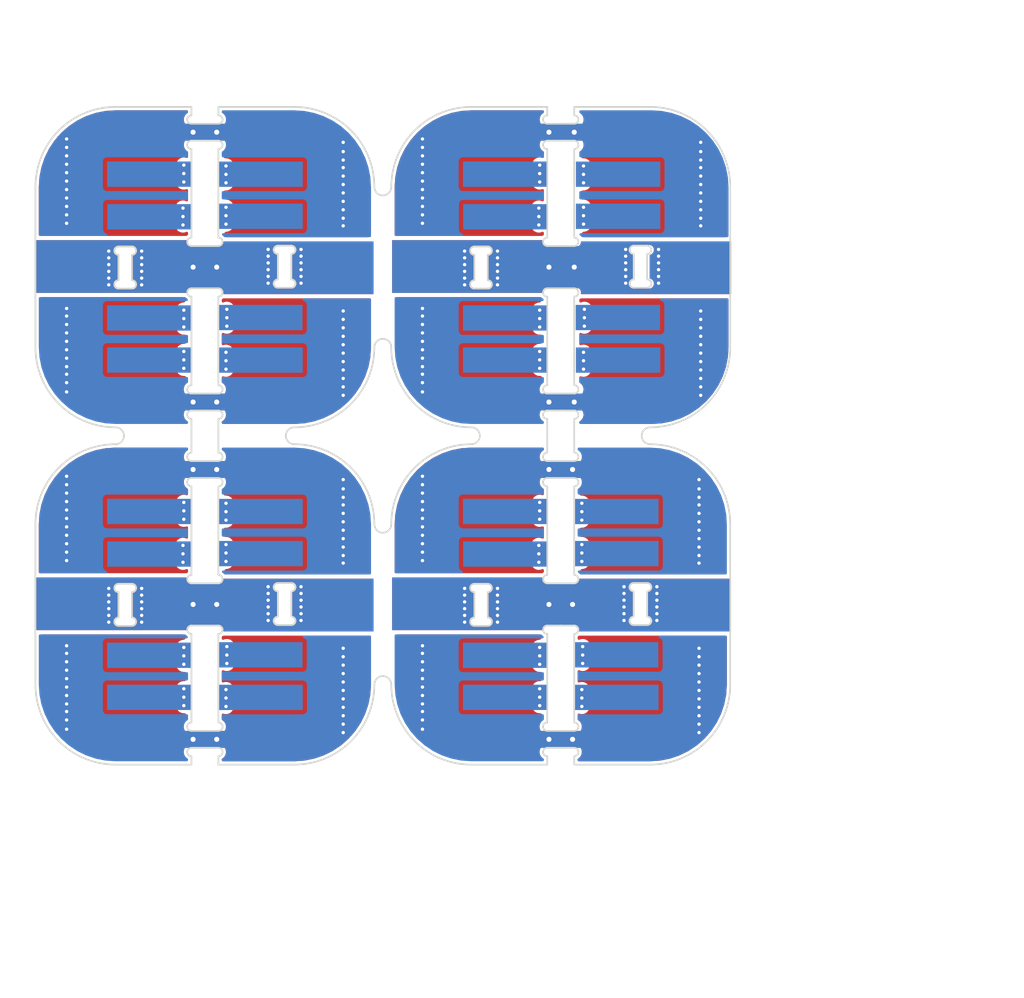
<source format=kicad_pcb>
(kicad_pcb (version 20171130) (host pcbnew 5.1.1-8be2ce7~80~ubuntu18.10.1)
  (layers (0 F.Cu signal) (31 B.Cu signal) (34 B.Paste user) (35 F.Paste user) (36 B.SilkS user) (37 F.SilkS user) (38 B.Mask user) (39 F.Mask user) (44 Edge.Cuts user))
  (net 0 "")
  (net 1 "Net-(J9-Pad1)")
  (net 2 "Net-(J2-Pad1)")
  (net 3 "Net-(J4-Pad1)")
  (net 4 "Net-(J3-Pad1)")
  (net 5 "Net-(J1-Pad1)")
  (net 6 /B1_trans)
  (net 7 /B2_trans)
  (module yaqwsx:pad_2x3 (layer F.Cu) (at 127.8 118.395 180)
    (fp_text reference J11 hide)
    (fp_text value B2_trans hide)
    (pad 1 thru_hole rect (at 0 0 180) (size 3 2) (drill 0.6) (layers *.Cu *.Mask) (net 7 /B2_trans))
  )
  (module yaqwsx:battery_spring_contact (layer F.Cu) (at 117.375 144.495 180)
    (fp_text reference J5 hide)
    (fp_text value B1_sping)
    (pad 1 smd trapezoid (at -3.85 0.1) (size 2.8 6) (rect_delta 5 0) (layers F.Cu F.Paste F.Mask) (net 6 /B1_trans))
    (pad 1 smd rect (at -5.8 0 180) (size 5 4) (layers F.Cu F.Paste F.Mask) (net 6 /B1_trans))
    (pad 1 smd rect (at 1.55 0.1 180) (size 8 11) (layers F.Cu F.Paste F.Mask) (net 6 /B1_trans))
  )
  (module yaqwsx:banana_2mm_side (layer B.Cu) (at 122.6 123.37 270)
    (fp_text reference J3 hide)
    (fp_text value banana hide)
    (pad 1 smd rect (at 0 0 270) (size 3 10) (layers B.Cu B.Paste B.Mask) (net 4 "Net-(J3-Pad1)"))
  )
  (module yaqwsx:banana_2mm_side (layer B.Cu) (at 122.6 140.425 270)
    (fp_text reference J1 hide)
    (fp_text value banana hide)
    (pad 1 smd rect (at 0 0 270) (size 3 10) (layers B.Cu B.Paste B.Mask) (net 5 "Net-(J1-Pad1)"))
  )
  (module yaqwsx:battery_spring_contact (layer F.Cu) (at 117.3 124.47 180)
    (fp_text reference J6 hide)
    (fp_text value B2_sping)
    (pad 1 smd trapezoid (at -3.85 0.1) (size 2.8 6) (rect_delta 5 0) (layers F.Cu F.Paste F.Mask) (net 7 /B2_trans))
    (pad 1 smd rect (at -5.8 0 180) (size 5 4) (layers F.Cu F.Paste F.Mask) (net 7 /B2_trans))
    (pad 1 smd rect (at 1.55 0.1 180) (size 8 11) (layers F.Cu F.Paste F.Mask) (net 7 /B2_trans))
  )
  (module yaqwsx:pad_2x3 (layer F.Cu) (at 127.8 150.395 180)
    (fp_text reference J10 hide)
    (fp_text value B1_trans hide)
    (pad 1 thru_hole rect (at 0 0 180) (size 3 2) (drill 0.6) (layers *.Cu *.Mask) (net 6 /B1_trans))
  )
  (module yaqwsx:banana_2mm_side (layer B.Cu) (at 122.625 128.42 270)
    (fp_text reference J4 hide)
    (fp_text value banana hide)
    (pad 1 smd rect (at 0 0 270) (size 3 10) (layers B.Cu B.Paste B.Mask) (net 3 "Net-(J4-Pad1)"))
  )
  (module yaqwsx:banana_2mm_side (layer B.Cu) (at 122.6 145.415 270)
    (fp_text reference J2 hide)
    (fp_text value banana hide)
    (pad 1 smd rect (at 0 0 270) (size 3 10) (layers B.Cu B.Paste B.Mask) (net 2 "Net-(J2-Pad1)"))
  )
  (module BATTERY:pad_3x5 (layer F.Cu) (at 127.8 134.395 180)
    (fp_text reference J9 hide)
    (fp_text value mech hide)
    (pad 1 thru_hole rect (at 0 0 180) (size 3 5) (drill 0.6) (layers *.Cu *.Mask) (net 1 "Net-(J9-Pad1)"))
  )
  (module yaqwsx:banana_2mm_side (layer B.Cu) (at 135.8 128.365 90)
    (fp_text reference J1 hide)
    (fp_text value banana hide)
    (pad 1 smd rect (at 0 0 90) (size 3 10) (layers B.Cu B.Paste B.Mask) (net 5 "Net-(J1-Pad1)"))
  )
  (module yaqwsx:battery_spring_contact (layer F.Cu) (at 141.025 124.295)
    (fp_text reference J5 hide)
    (fp_text value B1_sping)
    (pad 1 smd rect (at 1.55 0.1) (size 8 11) (layers F.Cu F.Paste F.Mask) (net 6 /B1_trans))
    (pad 1 smd rect (at -5.8 0) (size 5 4) (layers F.Cu F.Paste F.Mask) (net 6 /B1_trans))
    (pad 1 smd trapezoid (at -3.85 0.1 180) (size 2.8 6) (rect_delta 5 0) (layers F.Cu F.Paste F.Mask) (net 6 /B1_trans))
  )
  (module yaqwsx:battery_spring_contact (layer F.Cu) (at 141.1 144.32)
    (fp_text reference J6 hide)
    (fp_text value B2_sping)
    (pad 1 smd rect (at 1.55 0.1) (size 8 11) (layers F.Cu F.Paste F.Mask) (net 7 /B2_trans))
    (pad 1 smd rect (at -5.8 0) (size 5 4) (layers F.Cu F.Paste F.Mask) (net 7 /B2_trans))
    (pad 1 smd trapezoid (at -3.85 0.1 180) (size 2.8 6) (rect_delta 5 0) (layers F.Cu F.Paste F.Mask) (net 7 /B2_trans))
  )
  (module yaqwsx:banana_2mm_side (layer B.Cu) (at 135.8 145.42 90)
    (fp_text reference J3 hide)
    (fp_text value banana hide)
    (pad 1 smd rect (at 0 0 90) (size 3 10) (layers B.Cu B.Paste B.Mask) (net 4 "Net-(J3-Pad1)"))
  )
  (module yaqwsx:pad_2x3 (layer F.Cu) (at 130.6 150.395)
    (fp_text reference J11 hide)
    (fp_text value B2_trans hide)
    (pad 1 thru_hole rect (at 0 0) (size 3 2) (drill 0.6) (layers *.Cu *.Mask) (net 7 /B2_trans))
  )
  (module yaqwsx:banana_2mm_side (layer B.Cu) (at 135.8 123.375 90)
    (fp_text reference J2 hide)
    (fp_text value banana hide)
    (pad 1 smd rect (at 0 0 90) (size 3 10) (layers B.Cu B.Paste B.Mask) (net 2 "Net-(J2-Pad1)"))
  )
  (module yaqwsx:banana_2mm_side (layer B.Cu) (at 135.775 140.37 90)
    (fp_text reference J4 hide)
    (fp_text value banana hide)
    (pad 1 smd rect (at 0 0 90) (size 3 10) (layers B.Cu B.Paste B.Mask) (net 3 "Net-(J4-Pad1)"))
  )
  (module BATTERY:pad_3x5 (layer F.Cu) (at 130.6 134.395)
    (fp_text reference J9 hide)
    (fp_text value mech hide)
    (pad 1 thru_hole rect (at 0 0) (size 3 5) (drill 0.6) (layers *.Cu *.Mask) (net 1 "Net-(J9-Pad1)"))
  )
  (module yaqwsx:pad_2x3 (layer F.Cu) (at 130.6 118.395)
    (fp_text reference J10 hide)
    (fp_text value B1_trans hide)
    (pad 1 thru_hole rect (at 0 0) (size 3 2) (drill 0.6) (layers *.Cu *.Mask) (net 6 /B1_trans))
  )
  (module yaqwsx:banana_2mm_side (layer B.Cu) (at 93.6 145.42 90)
    (fp_text reference J3 hide)
    (fp_text value banana hide)
    (pad 1 smd rect (at 0 0 90) (size 3 10) (layers B.Cu B.Paste B.Mask) (net 4 "Net-(J3-Pad1)"))
  )
  (module yaqwsx:banana_2mm_side (layer B.Cu) (at 93.6 123.375 90)
    (fp_text reference J2 hide)
    (fp_text value banana hide)
    (pad 1 smd rect (at 0 0 90) (size 3 10) (layers B.Cu B.Paste B.Mask) (net 2 "Net-(J2-Pad1)"))
  )
  (module yaqwsx:banana_2mm_side (layer B.Cu) (at 93.575 140.37 90)
    (fp_text reference J4 hide)
    (fp_text value banana hide)
    (pad 1 smd rect (at 0 0 90) (size 3 10) (layers B.Cu B.Paste B.Mask) (net 3 "Net-(J4-Pad1)"))
  )
  (module yaqwsx:battery_spring_contact (layer F.Cu) (at 98.825 124.295)
    (fp_text reference J5 hide)
    (fp_text value B1_sping)
    (pad 1 smd trapezoid (at -3.85 0.1 180) (size 2.8 6) (rect_delta 5 0) (layers F.Cu F.Paste F.Mask) (net 6 /B1_trans))
    (pad 1 smd rect (at -5.8 0) (size 5 4) (layers F.Cu F.Paste F.Mask) (net 6 /B1_trans))
    (pad 1 smd rect (at 1.55 0.1) (size 8 11) (layers F.Cu F.Paste F.Mask) (net 6 /B1_trans))
  )
  (module yaqwsx:banana_2mm_side (layer B.Cu) (at 93.6 128.365 90)
    (fp_text reference J1 hide)
    (fp_text value banana hide)
    (pad 1 smd rect (at 0 0 90) (size 3 10) (layers B.Cu B.Paste B.Mask) (net 5 "Net-(J1-Pad1)"))
  )
  (module yaqwsx:battery_spring_contact (layer F.Cu) (at 98.9 144.32)
    (fp_text reference J6 hide)
    (fp_text value B2_sping)
    (pad 1 smd trapezoid (at -3.85 0.1 180) (size 2.8 6) (rect_delta 5 0) (layers F.Cu F.Paste F.Mask) (net 7 /B2_trans))
    (pad 1 smd rect (at -5.8 0) (size 5 4) (layers F.Cu F.Paste F.Mask) (net 7 /B2_trans))
    (pad 1 smd rect (at 1.55 0.1) (size 8 11) (layers F.Cu F.Paste F.Mask) (net 7 /B2_trans))
  )
  (module BATTERY:pad_3x5 (layer F.Cu) (at 88.4 134.395)
    (fp_text reference J9 hide)
    (fp_text value mech hide)
    (pad 1 thru_hole rect (at 0 0) (size 3 5) (drill 0.6) (layers *.Cu *.Mask) (net 1 "Net-(J9-Pad1)"))
  )
  (module yaqwsx:pad_2x3 (layer F.Cu) (at 88.4 118.395)
    (fp_text reference J10 hide)
    (fp_text value B1_trans hide)
    (pad 1 thru_hole rect (at 0 0) (size 3 2) (drill 0.6) (layers *.Cu *.Mask) (net 6 /B1_trans))
  )
  (module yaqwsx:pad_2x3 (layer F.Cu) (at 88.4 150.395)
    (fp_text reference J11 hide)
    (fp_text value B2_trans hide)
    (pad 1 thru_hole rect (at 0 0) (size 3 2) (drill 0.6) (layers *.Cu *.Mask) (net 7 /B2_trans))
  )
  (module yaqwsx:pad_2x3 (layer F.Cu) (at 85.6 150.395 180)
    (fp_text reference J10 hide)
    (fp_text value B1_trans hide)
    (pad 1 thru_hole rect (at 0 0 180) (size 3 2) (drill 0.6) (layers *.Cu *.Mask) (net 6 /B1_trans))
  )
  (module yaqwsx:banana_2mm_side (layer B.Cu) (at 80.4 140.425 270)
    (fp_text reference J1 hide)
    (fp_text value banana hide)
    (pad 1 smd rect (at 0 0 270) (size 3 10) (layers B.Cu B.Paste B.Mask) (net 5 "Net-(J1-Pad1)"))
  )
  (module yaqwsx:battery_spring_contact (layer F.Cu) (at 75.1 124.47 180)
    (fp_text reference J6 hide)
    (fp_text value B2_sping)
    (pad 1 smd rect (at 1.55 0.1 180) (size 8 11) (layers F.Cu F.Paste F.Mask) (net 7 /B2_trans))
    (pad 1 smd rect (at -5.8 0 180) (size 5 4) (layers F.Cu F.Paste F.Mask) (net 7 /B2_trans))
    (pad 1 smd trapezoid (at -3.85 0.1) (size 2.8 6) (rect_delta 5 0) (layers F.Cu F.Paste F.Mask) (net 7 /B2_trans))
  )
  (module yaqwsx:battery_spring_contact (layer F.Cu) (at 75.175 144.495 180)
    (fp_text reference J5 hide)
    (fp_text value B1_sping)
    (pad 1 smd rect (at 1.55 0.1 180) (size 8 11) (layers F.Cu F.Paste F.Mask) (net 6 /B1_trans))
    (pad 1 smd rect (at -5.8 0 180) (size 5 4) (layers F.Cu F.Paste F.Mask) (net 6 /B1_trans))
    (pad 1 smd trapezoid (at -3.85 0.1) (size 2.8 6) (rect_delta 5 0) (layers F.Cu F.Paste F.Mask) (net 6 /B1_trans))
  )
  (module yaqwsx:banana_2mm_side (layer B.Cu) (at 80.4 123.37 270)
    (fp_text reference J3 hide)
    (fp_text value banana hide)
    (pad 1 smd rect (at 0 0 270) (size 3 10) (layers B.Cu B.Paste B.Mask) (net 4 "Net-(J3-Pad1)"))
  )
  (module yaqwsx:banana_2mm_side (layer B.Cu) (at 80.425 128.42 270)
    (fp_text reference J4 hide)
    (fp_text value banana hide)
    (pad 1 smd rect (at 0 0 270) (size 3 10) (layers B.Cu B.Paste B.Mask) (net 3 "Net-(J4-Pad1)"))
  )
  (module yaqwsx:pad_2x3 (layer F.Cu) (at 85.6 118.395 180)
    (fp_text reference J11 hide)
    (fp_text value B2_trans hide)
    (pad 1 thru_hole rect (at 0 0 180) (size 3 2) (drill 0.6) (layers *.Cu *.Mask) (net 7 /B2_trans))
  )
  (module yaqwsx:banana_2mm_side (layer B.Cu) (at 80.4 145.415 270)
    (fp_text reference J2 hide)
    (fp_text value banana hide)
    (pad 1 smd rect (at 0 0 270) (size 3 10) (layers B.Cu B.Paste B.Mask) (net 2 "Net-(J2-Pad1)"))
  )
  (module BATTERY:pad_3x5 (layer F.Cu) (at 85.6 134.395 180)
    (fp_text reference J9 hide)
    (fp_text value mech hide)
    (pad 1 thru_hole rect (at 0 0 180) (size 3 5) (drill 0.6) (layers *.Cu *.Mask) (net 1 "Net-(J9-Pad1)"))
  )
  (module yaqwsx:pad_2x3 (layer F.Cu) (at 85.6 78.395 180)
    (fp_text reference J11 hide)
    (fp_text value B2_trans hide)
    (pad 1 thru_hole rect (at 0 0 180) (size 3 2) (drill 0.6) (layers *.Cu *.Mask) (net 7 /B2_trans))
  )
  (module yaqwsx:banana_2mm_side (layer B.Cu) (at 80.425 88.42 270)
    (fp_text reference J4 hide)
    (fp_text value banana hide)
    (pad 1 smd rect (at 0 0 270) (size 3 10) (layers B.Cu B.Paste B.Mask) (net 3 "Net-(J4-Pad1)"))
  )
  (module yaqwsx:battery_spring_contact (layer F.Cu) (at 75.175 104.495 180)
    (fp_text reference J5 hide)
    (fp_text value B1_sping)
    (pad 1 smd trapezoid (at -3.85 0.1) (size 2.8 6) (rect_delta 5 0) (layers F.Cu F.Paste F.Mask) (net 6 /B1_trans))
    (pad 1 smd rect (at -5.8 0 180) (size 5 4) (layers F.Cu F.Paste F.Mask) (net 6 /B1_trans))
    (pad 1 smd rect (at 1.55 0.1 180) (size 8 11) (layers F.Cu F.Paste F.Mask) (net 6 /B1_trans))
  )
  (module BATTERY:pad_3x5 (layer F.Cu) (at 85.6 94.395 180)
    (fp_text reference J9 hide)
    (fp_text value mech hide)
    (pad 1 thru_hole rect (at 0 0 180) (size 3 5) (drill 0.6) (layers *.Cu *.Mask) (net 1 "Net-(J9-Pad1)"))
  )
  (module yaqwsx:banana_2mm_side (layer B.Cu) (at 80.4 105.415 270)
    (fp_text reference J2 hide)
    (fp_text value banana hide)
    (pad 1 smd rect (at 0 0 270) (size 3 10) (layers B.Cu B.Paste B.Mask) (net 2 "Net-(J2-Pad1)"))
  )
  (module yaqwsx:banana_2mm_side (layer B.Cu) (at 80.4 100.425 270)
    (fp_text reference J1 hide)
    (fp_text value banana hide)
    (pad 1 smd rect (at 0 0 270) (size 3 10) (layers B.Cu B.Paste B.Mask) (net 5 "Net-(J1-Pad1)"))
  )
  (module yaqwsx:battery_spring_contact (layer F.Cu) (at 75.1 84.47 180)
    (fp_text reference J6 hide)
    (fp_text value B2_sping)
    (pad 1 smd trapezoid (at -3.85 0.1) (size 2.8 6) (rect_delta 5 0) (layers F.Cu F.Paste F.Mask) (net 7 /B2_trans))
    (pad 1 smd rect (at -5.8 0 180) (size 5 4) (layers F.Cu F.Paste F.Mask) (net 7 /B2_trans))
    (pad 1 smd rect (at 1.55 0.1 180) (size 8 11) (layers F.Cu F.Paste F.Mask) (net 7 /B2_trans))
  )
  (module yaqwsx:pad_2x3 (layer F.Cu) (at 85.6 110.395 180)
    (fp_text reference J10 hide)
    (fp_text value B1_trans hide)
    (pad 1 thru_hole rect (at 0 0 180) (size 3 2) (drill 0.6) (layers *.Cu *.Mask) (net 6 /B1_trans))
  )
  (module yaqwsx:banana_2mm_side (layer B.Cu) (at 80.4 83.37 270)
    (fp_text reference J3 hide)
    (fp_text value banana hide)
    (pad 1 smd rect (at 0 0 270) (size 3 10) (layers B.Cu B.Paste B.Mask) (net 4 "Net-(J3-Pad1)"))
  )
  (module BATTERY:pad_3x5 (layer F.Cu) (at 88.4 94.395)
    (fp_text reference J9 hide)
    (fp_text value mech hide)
    (pad 1 thru_hole rect (at 0 0) (size 3 5) (drill 0.6) (layers *.Cu *.Mask) (net 1 "Net-(J9-Pad1)"))
  )
  (module yaqwsx:pad_2x3 (layer F.Cu) (at 88.4 78.395)
    (fp_text reference J10 hide)
    (fp_text value B1_trans hide)
    (pad 1 thru_hole rect (at 0 0) (size 3 2) (drill 0.6) (layers *.Cu *.Mask) (net 6 /B1_trans))
  )
  (module yaqwsx:battery_spring_contact (layer F.Cu) (at 98.825 84.295)
    (fp_text reference J5 hide)
    (fp_text value B1_sping)
    (pad 1 smd rect (at 1.55 0.1) (size 8 11) (layers F.Cu F.Paste F.Mask) (net 6 /B1_trans))
    (pad 1 smd rect (at -5.8 0) (size 5 4) (layers F.Cu F.Paste F.Mask) (net 6 /B1_trans))
    (pad 1 smd trapezoid (at -3.85 0.1 180) (size 2.8 6) (rect_delta 5 0) (layers F.Cu F.Paste F.Mask) (net 6 /B1_trans))
  )
  (module yaqwsx:banana_2mm_side (layer B.Cu) (at 93.575 100.37 90)
    (fp_text reference J4 hide)
    (fp_text value banana hide)
    (pad 1 smd rect (at 0 0 90) (size 3 10) (layers B.Cu B.Paste B.Mask) (net 3 "Net-(J4-Pad1)"))
  )
  (module yaqwsx:pad_2x3 (layer F.Cu) (at 88.4 110.395)
    (fp_text reference J11 hide)
    (fp_text value B2_trans hide)
    (pad 1 thru_hole rect (at 0 0) (size 3 2) (drill 0.6) (layers *.Cu *.Mask) (net 7 /B2_trans))
  )
  (module yaqwsx:banana_2mm_side (layer B.Cu) (at 93.6 105.42 90)
    (fp_text reference J3 hide)
    (fp_text value banana hide)
    (pad 1 smd rect (at 0 0 90) (size 3 10) (layers B.Cu B.Paste B.Mask) (net 4 "Net-(J3-Pad1)"))
  )
  (module yaqwsx:banana_2mm_side (layer B.Cu) (at 93.6 88.365 90)
    (fp_text reference J1 hide)
    (fp_text value banana hide)
    (pad 1 smd rect (at 0 0 90) (size 3 10) (layers B.Cu B.Paste B.Mask) (net 5 "Net-(J1-Pad1)"))
  )
  (module yaqwsx:battery_spring_contact (layer F.Cu) (at 98.9 104.32)
    (fp_text reference J6 hide)
    (fp_text value B2_sping)
    (pad 1 smd rect (at 1.55 0.1) (size 8 11) (layers F.Cu F.Paste F.Mask) (net 7 /B2_trans))
    (pad 1 smd rect (at -5.8 0) (size 5 4) (layers F.Cu F.Paste F.Mask) (net 7 /B2_trans))
    (pad 1 smd trapezoid (at -3.85 0.1 180) (size 2.8 6) (rect_delta 5 0) (layers F.Cu F.Paste F.Mask) (net 7 /B2_trans))
  )
  (module yaqwsx:banana_2mm_side (layer B.Cu) (at 93.6 83.375 90)
    (fp_text reference J2 hide)
    (fp_text value banana hide)
    (pad 1 smd rect (at 0 0 90) (size 3 10) (layers B.Cu B.Paste B.Mask) (net 2 "Net-(J2-Pad1)"))
  )
  (module yaqwsx:battery_spring_contact (layer F.Cu) (at 117.375 104.495 180)
    (fp_text reference J5 hide)
    (fp_text value B1_sping)
    (pad 1 smd trapezoid (at -3.85 0.1) (size 2.8 6) (rect_delta 5 0) (layers F.Cu F.Paste F.Mask) (net 6 /B1_trans))
    (pad 1 smd rect (at -5.8 0 180) (size 5 4) (layers F.Cu F.Paste F.Mask) (net 6 /B1_trans))
    (pad 1 smd rect (at 1.55 0.1 180) (size 8 11) (layers F.Cu F.Paste F.Mask) (net 6 /B1_trans))
  )
  (module yaqwsx:pad_2x3 (layer F.Cu) (at 127.8 110.395 180)
    (fp_text reference J10 hide)
    (fp_text value B1_trans hide)
    (pad 1 thru_hole rect (at 0 0 180) (size 3 2) (drill 0.6) (layers *.Cu *.Mask) (net 6 /B1_trans))
  )
  (module yaqwsx:banana_2mm_side (layer B.Cu) (at 122.6 83.37 270)
    (fp_text reference J3 hide)
    (fp_text value banana hide)
    (pad 1 smd rect (at 0 0 270) (size 3 10) (layers B.Cu B.Paste B.Mask) (net 4 "Net-(J3-Pad1)"))
  )
  (module yaqwsx:banana_2mm_side (layer B.Cu) (at 122.6 105.415 270)
    (fp_text reference J2 hide)
    (fp_text value banana hide)
    (pad 1 smd rect (at 0 0 270) (size 3 10) (layers B.Cu B.Paste B.Mask) (net 2 "Net-(J2-Pad1)"))
  )
  (module yaqwsx:banana_2mm_side (layer B.Cu) (at 122.6 100.425 270)
    (fp_text reference J1 hide)
    (fp_text value banana hide)
    (pad 1 smd rect (at 0 0 270) (size 3 10) (layers B.Cu B.Paste B.Mask) (net 5 "Net-(J1-Pad1)"))
  )
  (module yaqwsx:pad_2x3 (layer F.Cu) (at 127.8 78.395 180)
    (fp_text reference J11 hide)
    (fp_text value B2_trans hide)
    (pad 1 thru_hole rect (at 0 0 180) (size 3 2) (drill 0.6) (layers *.Cu *.Mask) (net 7 /B2_trans))
  )
  (module yaqwsx:banana_2mm_side (layer B.Cu) (at 122.625 88.42 270)
    (fp_text reference J4 hide)
    (fp_text value banana hide)
    (pad 1 smd rect (at 0 0 270) (size 3 10) (layers B.Cu B.Paste B.Mask) (net 3 "Net-(J4-Pad1)"))
  )
  (module yaqwsx:battery_spring_contact (layer F.Cu) (at 117.3 84.47 180)
    (fp_text reference J6 hide)
    (fp_text value B2_sping)
    (pad 1 smd trapezoid (at -3.85 0.1) (size 2.8 6) (rect_delta 5 0) (layers F.Cu F.Paste F.Mask) (net 7 /B2_trans))
    (pad 1 smd rect (at -5.8 0 180) (size 5 4) (layers F.Cu F.Paste F.Mask) (net 7 /B2_trans))
    (pad 1 smd rect (at 1.55 0.1 180) (size 8 11) (layers F.Cu F.Paste F.Mask) (net 7 /B2_trans))
  )
  (module BATTERY:pad_3x5 (layer F.Cu) (at 127.8 94.395 180)
    (fp_text reference J9 hide)
    (fp_text value mech hide)
    (pad 1 thru_hole rect (at 0 0 180) (size 3 5) (drill 0.6) (layers *.Cu *.Mask) (net 1 "Net-(J9-Pad1)"))
  )
  (module BATTERY:pad_3x5 (layer F.Cu) (at 130.8 94.395)
    (fp_text reference J9 hide)
    (fp_text value mech hide)
    (pad 1 thru_hole rect (at 0 0) (size 3 5) (drill 0.6) (layers *.Cu *.Mask) (net 1 "Net-(J9-Pad1)"))
  )
  (module yaqwsx:pad_2x3 (layer F.Cu) (at 130.8 78.395)
    (fp_text reference J10 hide)
    (fp_text value B1_trans hide)
    (pad 1 thru_hole rect (at 0 0) (size 3 2) (drill 0.6) (layers *.Cu *.Mask) (net 6 /B1_trans))
  )
  (module yaqwsx:battery_spring_contact (layer F.Cu) (at 141.225 84.295)
    (fp_text reference J5 hide)
    (fp_text value B1_sping)
    (pad 1 smd rect (at 1.55 0.1) (size 8 11) (layers F.Cu F.Paste F.Mask) (net 6 /B1_trans))
    (pad 1 smd rect (at -5.8 0) (size 5 4) (layers F.Cu F.Paste F.Mask) (net 6 /B1_trans))
    (pad 1 smd trapezoid (at -3.85 0.1 180) (size 2.8 6) (rect_delta 5 0) (layers F.Cu F.Paste F.Mask) (net 6 /B1_trans))
  )
  (module yaqwsx:banana_2mm_side (layer B.Cu) (at 135.975 100.37 90)
    (fp_text reference J4 hide)
    (fp_text value banana hide)
    (pad 1 smd rect (at 0 0 90) (size 3 10) (layers B.Cu B.Paste B.Mask) (net 3 "Net-(J4-Pad1)"))
  )
  (module yaqwsx:pad_2x3 (layer F.Cu) (at 130.8 110.395)
    (fp_text reference J11 hide)
    (fp_text value B2_trans hide)
    (pad 1 thru_hole rect (at 0 0) (size 3 2) (drill 0.6) (layers *.Cu *.Mask) (net 7 /B2_trans))
  )
  (module yaqwsx:banana_2mm_side (layer B.Cu) (at 136 105.42 90)
    (fp_text reference J3 hide)
    (fp_text value banana hide)
    (pad 1 smd rect (at 0 0 90) (size 3 10) (layers B.Cu B.Paste B.Mask) (net 4 "Net-(J3-Pad1)"))
  )
  (module yaqwsx:banana_2mm_side (layer B.Cu) (at 136 88.365 90)
    (fp_text reference J1 hide)
    (fp_text value banana hide)
    (pad 1 smd rect (at 0 0 90) (size 3 10) (layers B.Cu B.Paste B.Mask) (net 5 "Net-(J1-Pad1)"))
  )
  (module yaqwsx:battery_spring_contact (layer F.Cu) (at 141.3 104.32)
    (fp_text reference J6 hide)
    (fp_text value B2_sping)
    (pad 1 smd rect (at 1.55 0.1) (size 8 11) (layers F.Cu F.Paste F.Mask) (net 7 /B2_trans))
    (pad 1 smd rect (at -5.8 0) (size 5 4) (layers F.Cu F.Paste F.Mask) (net 7 /B2_trans))
    (pad 1 smd trapezoid (at -3.85 0.1 180) (size 2.8 6) (rect_delta 5 0) (layers F.Cu F.Paste F.Mask) (net 7 /B2_trans))
  )
  (module yaqwsx:banana_2mm_side (layer B.Cu) (at 136 83.375 90)
    (fp_text reference J2 hide)
    (fp_text value banana hide)
    (pad 1 smd rect (at 0 0 90) (size 3 10) (layers B.Cu B.Paste B.Mask) (net 2 "Net-(J2-Pad1)"))
  )
  (gr_line (start 85.4 113.395) (end 85.4 112.395) (layer Edge.Cuts) (width 0.2))
  (gr_arc (start 88.6 108.895) (end 88.6 109.395) (angle -180) (layer Edge.Cuts) (width 0.2))
  (gr_arc (start 85.4 97.395) (end 85.4 96.895) (angle -180) (layer Edge.Cuts) (width 0.2))
  (gr_arc (start 97.25 136.345) (end 97.25 136.845) (angle -180) (layer Edge.Cuts) (width 0.2))
  (gr_line (start 76.75 95.945) (end 76.75 92.945) (layer Edge.Cuts) (width 0.2))
  (gr_line (start 85.4 116.395) (end 85.4 113.395) (layer Edge.Cuts) (width 0.2))
  (gr_line (start 66.9 143.895) (end 66.9 124.895) (layer Edge.Cuts) (width 0.2))
  (gr_arc (start 97.6 124.895) (end 107.1 124.895) (angle -90) (layer Edge.Cuts) (width 0.2))
  (gr_line (start 95.65 131.845) (end 97.25 131.845) (layer Edge.Cuts) (width 0.2))
  (gr_arc (start 85.4 137.395) (end 85.4 136.895) (angle -180) (layer Edge.Cuts) (width 0.2))
  (gr_line (start 88.6 131.895) (end 87 131.895) (layer Edge.Cuts) (width 0.2))
  (gr_line (start 97.25 92.845) (end 97.25 95.845) (layer Edge.Cuts) (width 0.2))
  (gr_line (start 87 119.395) (end 88.61 119.395) (layer Edge.Cuts) (width 0.2))
  (gr_line (start 85.4 79.395) (end 87 79.395) (layer Edge.Cuts) (width 0.2))
  (gr_arc (start 88.6 76.895) (end 88.6 77.395) (angle -180) (layer Edge.Cuts) (width 0.2))
  (gr_arc (start 76.4 103.895) (end 66.9 103.895) (angle -90) (layer Edge.Cuts) (width 0.2))
  (gr_arc (start 78.35 92.445) (end 78.35 92.945) (angle -180) (layer Edge.Cuts) (width 0.2))
  (gr_line (start 95.65 92.845) (end 95.65 95.845) (layer Edge.Cuts) (width 0.2))
  (gr_line (start 88.6 75.395) (end 88.6 76.395) (layer Edge.Cuts) (width 0.2))
  (gr_line (start 85.4 111.395) (end 87 111.395) (layer Edge.Cuts) (width 0.2))
  (gr_arc (start 76.4 114.395) (end 76.4 115.395) (angle -180) (layer Edge.Cuts) (width 0.2))
  (gr_arc (start 97.6 114.395) (end 97.6 113.395) (angle -180) (layer Edge.Cuts) (width 0.2))
  (gr_line (start 87 77.395) (end 85.4 77.395) (layer Edge.Cuts) (width 0.2))
  (gr_line (start 78.35 95.945) (end 78.35 92.945) (layer Edge.Cuts) (width 0.2))
  (gr_line (start 85.4 76.395) (end 85.4 75.395) (layer Edge.Cuts) (width 0.2))
  (gr_arc (start 88.6 97.395) (end 88.6 97.895) (angle -180) (layer Edge.Cuts) (width 0.2))
  (gr_arc (start 88.6 79.895) (end 88.6 80.395) (angle -178.8542372) (layer Edge.Cuts) (width 0.2))
  (gr_line (start 88.6 97.895) (end 88.6 108.395) (layer Edge.Cuts) (width 0.2))
  (gr_line (start 88.6 91.895) (end 87 91.895) (layer Edge.Cuts) (width 0.2))
  (gr_line (start 88.6 80.395) (end 88.6 90.895) (layer Edge.Cuts) (width 0.2))
  (gr_line (start 76.75 91.945) (end 78.35 91.945) (layer Edge.Cuts) (width 0.2))
  (gr_arc (start 88.6 111.895) (end 88.6 112.395) (angle -180) (layer Edge.Cuts) (width 0.2))
  (gr_arc (start 88.6 137.395) (end 88.6 137.895) (angle -180) (layer Edge.Cuts) (width 0.2))
  (gr_arc (start 76.75 92.445) (end 76.75 91.945) (angle -180) (layer Edge.Cuts) (width 0.2))
  (gr_arc (start 97.25 132.345) (end 97.25 132.845) (angle -180) (layer Edge.Cuts) (width 0.2))
  (gr_line (start 85.4 75.395) (end 76.4 75.395) (layer Edge.Cuts) (width 0.2))
  (gr_line (start 97.25 132.845) (end 97.25 135.845) (layer Edge.Cuts) (width 0.2))
  (gr_arc (start 85.4 79.895) (end 85.4 79.395) (angle -180) (layer Edge.Cuts) (width 0.2))
  (gr_line (start 97.25 96.845) (end 95.65 96.845) (layer Edge.Cuts) (width 0.2))
  (gr_line (start 85.4 90.895) (end 85.4 80.395) (layer Edge.Cuts) (width 0.2))
  (gr_line (start 95.65 91.845) (end 97.25 91.845) (layer Edge.Cuts) (width 0.2))
  (gr_arc (start 95.65 92.345) (end 95.65 91.845) (angle -180) (layer Edge.Cuts) (width 0.2))
  (gr_line (start 88.6 109.395) (end 87 109.395) (layer Edge.Cuts) (width 0.2))
  (gr_line (start 97.6 75.395) (end 88.6 75.395) (layer Edge.Cuts) (width 0.2))
  (gr_arc (start 97.25 96.345) (end 97.25 96.845) (angle -180) (layer Edge.Cuts) (width 0.2))
  (gr_arc (start 95.65 132.345) (end 95.65 131.845) (angle -180) (layer Edge.Cuts) (width 0.2))
  (gr_line (start 87 91.895) (end 85.4 91.895) (layer Edge.Cuts) (width 0.2))
  (gr_line (start 88.6 117.395) (end 87 117.395) (layer Edge.Cuts) (width 0.2))
  (gr_line (start 87 111.395) (end 88.6 111.395) (layer Edge.Cuts) (width 0.2))
  (gr_line (start 87 109.395) (end 85.39 109.395) (layer Edge.Cuts) (width 0.2))
  (gr_line (start 88.6 112.395) (end 88.6 113.395) (layer Edge.Cuts) (width 0.2))
  (gr_arc (start 88.6 116.895) (end 88.6 117.395) (angle -180) (layer Edge.Cuts) (width 0.2))
  (gr_line (start 85.4 108.395) (end 85.4 97.895) (layer Edge.Cuts) (width 0.2))
  (gr_line (start 88.6 149.395) (end 87 149.395) (layer Edge.Cuts) (width 0.2))
  (gr_arc (start 88.6 91.395) (end 88.6 91.895) (angle -180) (layer Edge.Cuts) (width 0.2))
  (gr_arc (start 88.6 131.395) (end 88.6 131.895) (angle -180) (layer Edge.Cuts) (width 0.2))
  (gr_line (start 76.75 135.945) (end 76.75 132.945) (layer Edge.Cuts) (width 0.2))
  (gr_line (start 88.6 120.395) (end 88.6 130.895) (layer Edge.Cuts) (width 0.2))
  (gr_line (start 88.6 77.395) (end 87 77.395) (layer Edge.Cuts) (width 0.2))
  (gr_line (start 85.4 151.395) (end 87 151.395) (layer Edge.Cuts) (width 0.2))
  (gr_line (start 87 131.895) (end 85.4 131.895) (layer Edge.Cuts) (width 0.2))
  (gr_line (start 88.6 152.395) (end 88.6 153.395) (layer Edge.Cuts) (width 0.2))
  (gr_arc (start 85.4 131.395) (end 85.4 130.895) (angle -180) (layer Edge.Cuts) (width 0.2))
  (gr_arc (start 85.4 148.895) (end 85.4 148.395) (angle -178.8542372) (layer Edge.Cuts) (width 0.2))
  (gr_arc (start 85.4 108.895) (end 85.4 108.395) (angle -178.8542372) (layer Edge.Cuts) (width 0.2))
  (gr_line (start 85.4 130.895) (end 85.4 120.395) (layer Edge.Cuts) (width 0.2))
  (gr_line (start 85.4 136.895) (end 87 136.895) (layer Edge.Cuts) (width 0.2))
  (gr_line (start 85.4 96.895) (end 87 96.895) (layer Edge.Cuts) (width 0.2))
  (gr_line (start 87 96.895) (end 88.6 96.895) (layer Edge.Cuts) (width 0.2))
  (gr_line (start 85.4 148.395) (end 85.4 137.895) (layer Edge.Cuts) (width 0.2))
  (gr_line (start 97.25 136.845) (end 95.65 136.845) (layer Edge.Cuts) (width 0.2))
  (gr_arc (start 85.4 116.895) (end 85.4 116.395) (angle -180) (layer Edge.Cuts) (width 0.2))
  (gr_arc (start 95.65 96.345) (end 95.65 95.845) (angle -180) (layer Edge.Cuts) (width 0.2))
  (gr_arc (start 76.75 136.445) (end 76.75 135.945) (angle -180) (layer Edge.Cuts) (width 0.2))
  (gr_arc (start 76.4 143.895) (end 66.9 143.895) (angle -90) (layer Edge.Cuts) (width 0.2))
  (gr_arc (start 95.65 136.345) (end 95.65 135.845) (angle -180) (layer Edge.Cuts) (width 0.2))
  (gr_line (start 78.35 135.945) (end 78.35 132.945) (layer Edge.Cuts) (width 0.2))
  (gr_line (start 85.4 153.395) (end 85.4 152.395) (layer Edge.Cuts) (width 0.2))
  (gr_line (start 76.75 131.945) (end 78.35 131.945) (layer Edge.Cuts) (width 0.2))
  (gr_arc (start 97.25 92.345) (end 97.25 92.845) (angle -180) (layer Edge.Cuts) (width 0.2))
  (gr_line (start 66.9 103.895) (end 66.9 84.895) (layer Edge.Cuts) (width 0.2))
  (gr_line (start 88.6 113.395) (end 88.6 116.395) (layer Edge.Cuts) (width 0.2))
  (gr_arc (start 78.35 132.445) (end 78.35 132.945) (angle -180) (layer Edge.Cuts) (width 0.2))
  (gr_arc (start 88.6 148.895) (end 88.6 149.395) (angle -180) (layer Edge.Cuts) (width 0.2))
  (gr_arc (start 85.4 76.895) (end 85.4 76.395) (angle -180) (layer Edge.Cuts) (width 0.2))
  (gr_arc (start 76.4 84.895) (end 76.4 75.395) (angle -90) (layer Edge.Cuts) (width 0.2))
  (gr_line (start 78.35 96.945) (end 76.75 96.945) (layer Edge.Cuts) (width 0.2))
  (gr_arc (start 78.35 96.445) (end 78.35 96.945) (angle -180) (layer Edge.Cuts) (width 0.2))
  (gr_line (start 87 117.395) (end 85.4 117.395) (layer Edge.Cuts) (width 0.2))
  (gr_arc (start 88.6 151.895) (end 88.6 152.395) (angle -180) (layer Edge.Cuts) (width 0.2))
  (gr_arc (start 76.75 96.445) (end 76.75 95.945) (angle -180) (layer Edge.Cuts) (width 0.2))
  (gr_arc (start 76.4 124.895) (end 76.4 115.395) (angle -90) (layer Edge.Cuts) (width 0.2))
  (gr_line (start 87 151.395) (end 88.6 151.395) (layer Edge.Cuts) (width 0.2))
  (gr_line (start 87 149.395) (end 85.39 149.395) (layer Edge.Cuts) (width 0.2))
  (gr_line (start 88.6 137.895) (end 88.6 148.395) (layer Edge.Cuts) (width 0.2))
  (gr_line (start 88.6 153.395) (end 97.6 153.395) (layer Edge.Cuts) (width 0.2))
  (gr_arc (start 88.6 119.895) (end 88.6 120.395) (angle -178.8542372) (layer Edge.Cuts) (width 0.2))
  (gr_arc (start 97.6 143.895) (end 97.6 153.395) (angle -90) (layer Edge.Cuts) (width 0.2))
  (gr_arc (start 97.6 103.895) (end 97.6 113.395) (angle -90) (layer Edge.Cuts) (width 0.2))
  (gr_line (start 87 79.395) (end 88.61 79.395) (layer Edge.Cuts) (width 0.2))
  (gr_arc (start 97.6 84.895) (end 107.1 84.895) (angle -90) (layer Edge.Cuts) (width 0.2))
  (gr_arc (start 85.4 91.395) (end 85.4 90.895) (angle -180) (layer Edge.Cuts) (width 0.2))
  (gr_line (start 95.65 132.845) (end 95.65 135.845) (layer Edge.Cuts) (width 0.2))
  (gr_arc (start 85.4 119.895) (end 85.4 119.395) (angle -180) (layer Edge.Cuts) (width 0.2))
  (gr_line (start 76.4 153.395) (end 85.4 153.395) (layer Edge.Cuts) (width 0.2))
  (gr_line (start 85.4 119.395) (end 87 119.395) (layer Edge.Cuts) (width 0.2))
  (gr_arc (start 85.4 151.895) (end 85.4 151.395) (angle -180) (layer Edge.Cuts) (width 0.2))
  (gr_line (start 78.35 136.945) (end 76.75 136.945) (layer Edge.Cuts) (width 0.2))
  (gr_arc (start 78.35 136.445) (end 78.35 136.945) (angle -180) (layer Edge.Cuts) (width 0.2))
  (gr_arc (start 76.75 132.445) (end 76.75 131.945) (angle -180) (layer Edge.Cuts) (width 0.2))
  (gr_arc (start 85.4 111.895) (end 85.4 111.395) (angle -180) (layer Edge.Cuts) (width 0.2))
  (gr_line (start 87 136.895) (end 88.6 136.895) (layer Edge.Cuts) (width 0.2))
  (gr_arc (start 108.1 143.895) (end 109.1 143.895) (angle -180) (layer Edge.Cuts) (width 0.2))
  (gr_arc (start 108.1 124.895) (end 107.1 124.895) (angle -180) (layer Edge.Cuts) (width 0.2))
  (gr_arc (start 108.1 84.895) (end 107.1 84.895) (angle -180) (layer Edge.Cuts) (width 0.2))
  (gr_arc (start 108.1 103.895) (end 109.1 103.895) (angle -180) (layer Edge.Cuts) (width 0.2))
  (gr_arc (start 139.45 136.345) (end 139.45 136.845) (angle -180) (layer Edge.Cuts) (width 0.2))
  (gr_line (start 127.6 116.395) (end 127.6 115.395) (layer Edge.Cuts) (width 0.2))
  (gr_arc (start 139.8 124.895) (end 149.3 124.895) (angle -90) (layer Edge.Cuts) (width 0.2))
  (gr_line (start 137.85 131.845) (end 139.45 131.845) (layer Edge.Cuts) (width 0.2))
  (gr_arc (start 127.6 137.395) (end 127.6 136.895) (angle -180) (layer Edge.Cuts) (width 0.2))
  (gr_line (start 130.8 131.895) (end 129.2 131.895) (layer Edge.Cuts) (width 0.2))
  (gr_line (start 129.2 119.395) (end 130.81 119.395) (layer Edge.Cuts) (width 0.2))
  (gr_arc (start 130.8 137.395) (end 130.8 137.895) (angle -180) (layer Edge.Cuts) (width 0.2))
  (gr_arc (start 139.45 132.345) (end 139.45 132.845) (angle -180) (layer Edge.Cuts) (width 0.2))
  (gr_line (start 139.45 132.845) (end 139.45 135.845) (layer Edge.Cuts) (width 0.2))
  (gr_line (start 149.3 124.895) (end 149.3 143.895) (layer Edge.Cuts) (width 0.2))
  (gr_arc (start 137.85 132.345) (end 137.85 131.845) (angle -180) (layer Edge.Cuts) (width 0.2))
  (gr_line (start 130.8 117.395) (end 129.2 117.395) (layer Edge.Cuts) (width 0.2))
  (gr_arc (start 130.8 116.895) (end 130.8 117.395) (angle -180) (layer Edge.Cuts) (width 0.2))
  (gr_line (start 130.8 149.395) (end 129.2 149.395) (layer Edge.Cuts) (width 0.2))
  (gr_arc (start 130.8 131.395) (end 130.8 131.895) (angle -180) (layer Edge.Cuts) (width 0.2))
  (gr_line (start 118.95 135.945) (end 118.95 132.945) (layer Edge.Cuts) (width 0.2))
  (gr_line (start 130.8 120.395) (end 130.8 130.895) (layer Edge.Cuts) (width 0.2))
  (gr_line (start 127.6 151.395) (end 129.2 151.395) (layer Edge.Cuts) (width 0.2))
  (gr_line (start 129.2 131.895) (end 127.6 131.895) (layer Edge.Cuts) (width 0.2))
  (gr_line (start 130.8 152.395) (end 130.8 153.395) (layer Edge.Cuts) (width 0.2))
  (gr_arc (start 127.6 131.395) (end 127.6 130.895) (angle -180) (layer Edge.Cuts) (width 0.2))
  (gr_arc (start 127.6 148.895) (end 127.6 148.395) (angle -178.8542372) (layer Edge.Cuts) (width 0.2))
  (gr_line (start 127.6 130.895) (end 127.6 120.395) (layer Edge.Cuts) (width 0.2))
  (gr_line (start 127.6 136.895) (end 129.2 136.895) (layer Edge.Cuts) (width 0.2))
  (gr_line (start 127.6 148.395) (end 127.6 137.895) (layer Edge.Cuts) (width 0.2))
  (gr_line (start 139.45 136.845) (end 137.85 136.845) (layer Edge.Cuts) (width 0.2))
  (gr_arc (start 127.6 116.895) (end 127.6 116.395) (angle -180) (layer Edge.Cuts) (width 0.2))
  (gr_arc (start 118.95 136.445) (end 118.95 135.945) (angle -180) (layer Edge.Cuts) (width 0.2))
  (gr_arc (start 118.6 143.895) (end 109.1 143.895) (angle -90) (layer Edge.Cuts) (width 0.2))
  (gr_arc (start 137.85 136.345) (end 137.85 135.845) (angle -180) (layer Edge.Cuts) (width 0.2))
  (gr_line (start 120.55 135.945) (end 120.55 132.945) (layer Edge.Cuts) (width 0.2))
  (gr_line (start 127.6 153.395) (end 127.6 152.395) (layer Edge.Cuts) (width 0.2))
  (gr_line (start 118.95 131.945) (end 120.55 131.945) (layer Edge.Cuts) (width 0.2))
  (gr_line (start 130.8 115.395) (end 130.8 116.395) (layer Edge.Cuts) (width 0.2))
  (gr_arc (start 120.55 132.445) (end 120.55 132.945) (angle -180) (layer Edge.Cuts) (width 0.2))
  (gr_arc (start 130.8 148.895) (end 130.8 149.395) (angle -180) (layer Edge.Cuts) (width 0.2))
  (gr_line (start 129.2 117.395) (end 127.6 117.395) (layer Edge.Cuts) (width 0.2))
  (gr_arc (start 130.8 151.895) (end 130.8 152.395) (angle -180) (layer Edge.Cuts) (width 0.2))
  (gr_arc (start 118.6 124.895) (end 118.6 115.395) (angle -90) (layer Edge.Cuts) (width 0.2))
  (gr_line (start 129.2 151.395) (end 130.8 151.395) (layer Edge.Cuts) (width 0.2))
  (gr_line (start 129.2 149.395) (end 127.59 149.395) (layer Edge.Cuts) (width 0.2))
  (gr_line (start 130.8 137.895) (end 130.8 148.395) (layer Edge.Cuts) (width 0.2))
  (gr_line (start 130.8 153.395) (end 139.8 153.395) (layer Edge.Cuts) (width 0.2))
  (gr_arc (start 130.8 119.895) (end 130.8 120.395) (angle -178.8542372) (layer Edge.Cuts) (width 0.2))
  (gr_arc (start 139.8 143.895) (end 139.8 153.395) (angle -90) (layer Edge.Cuts) (width 0.2))
  (gr_line (start 137.85 132.845) (end 137.85 135.845) (layer Edge.Cuts) (width 0.2))
  (gr_arc (start 127.6 119.895) (end 127.6 119.395) (angle -180) (layer Edge.Cuts) (width 0.2))
  (gr_line (start 118.6 153.395) (end 127.6 153.395) (layer Edge.Cuts) (width 0.2))
  (gr_line (start 127.6 119.395) (end 129.2 119.395) (layer Edge.Cuts) (width 0.2))
  (gr_arc (start 127.6 151.895) (end 127.6 151.395) (angle -180) (layer Edge.Cuts) (width 0.2))
  (gr_line (start 120.55 136.945) (end 118.95 136.945) (layer Edge.Cuts) (width 0.2))
  (gr_arc (start 120.55 136.445) (end 120.55 136.945) (angle -180) (layer Edge.Cuts) (width 0.2))
  (gr_arc (start 118.95 132.445) (end 118.95 131.945) (angle -180) (layer Edge.Cuts) (width 0.2))
  (gr_line (start 129.2 136.895) (end 130.8 136.895) (layer Edge.Cuts) (width 0.2))
  (gr_arc (start 139.8 114.395) (end 139.8 113.395) (angle -180) (layer Edge.Cuts) (width 0.2))
  (gr_arc (start 118.6 114.395) (end 118.6 115.395) (angle -180) (layer Edge.Cuts) (width 0.2))
  (gr_line (start 127.6 76.395) (end 127.6 75.395) (layer Edge.Cuts) (width 0.2))
  (gr_arc (start 127.6 97.395) (end 127.6 96.895) (angle -180) (layer Edge.Cuts) (width 0.2))
  (gr_line (start 118.95 95.945) (end 118.95 92.945) (layer Edge.Cuts) (width 0.2))
  (gr_line (start 127.6 111.395) (end 129.2 111.395) (layer Edge.Cuts) (width 0.2))
  (gr_line (start 129.2 91.895) (end 127.6 91.895) (layer Edge.Cuts) (width 0.2))
  (gr_arc (start 127.6 91.395) (end 127.6 90.895) (angle -180) (layer Edge.Cuts) (width 0.2))
  (gr_arc (start 127.6 108.895) (end 127.6 108.395) (angle -178.8542372) (layer Edge.Cuts) (width 0.2))
  (gr_line (start 127.6 90.895) (end 127.6 80.395) (layer Edge.Cuts) (width 0.2))
  (gr_line (start 127.6 96.895) (end 129.2 96.895) (layer Edge.Cuts) (width 0.2))
  (gr_line (start 127.6 108.395) (end 127.6 97.895) (layer Edge.Cuts) (width 0.2))
  (gr_arc (start 127.6 76.895) (end 127.6 76.395) (angle -180) (layer Edge.Cuts) (width 0.2))
  (gr_arc (start 118.95 96.445) (end 118.95 95.945) (angle -180) (layer Edge.Cuts) (width 0.2))
  (gr_arc (start 118.6 103.895) (end 109.1 103.895) (angle -90) (layer Edge.Cuts) (width 0.2))
  (gr_line (start 120.55 95.945) (end 120.55 92.945) (layer Edge.Cuts) (width 0.2))
  (gr_line (start 127.6 115.395) (end 127.6 112.395) (layer Edge.Cuts) (width 0.2))
  (gr_line (start 118.95 91.945) (end 120.55 91.945) (layer Edge.Cuts) (width 0.2))
  (gr_arc (start 120.55 92.445) (end 120.55 92.945) (angle -180) (layer Edge.Cuts) (width 0.2))
  (gr_line (start 129.2 77.395) (end 127.6 77.395) (layer Edge.Cuts) (width 0.2))
  (gr_arc (start 118.6 84.895) (end 118.6 75.395) (angle -90) (layer Edge.Cuts) (width 0.2))
  (gr_line (start 129.2 109.395) (end 127.59 109.395) (layer Edge.Cuts) (width 0.2))
  (gr_line (start 127.6 75.395) (end 118.6 75.395) (layer Edge.Cuts) (width 0.2))
  (gr_arc (start 127.6 79.895) (end 127.6 79.395) (angle -180) (layer Edge.Cuts) (width 0.2))
  (gr_line (start 127.6 79.395) (end 129.2 79.395) (layer Edge.Cuts) (width 0.2))
  (gr_arc (start 127.6 111.895) (end 127.6 111.395) (angle -180) (layer Edge.Cuts) (width 0.2))
  (gr_line (start 120.55 96.945) (end 118.95 96.945) (layer Edge.Cuts) (width 0.2))
  (gr_arc (start 120.55 96.445) (end 120.55 96.945) (angle -180) (layer Edge.Cuts) (width 0.2))
  (gr_arc (start 118.95 92.445) (end 118.95 91.945) (angle -180) (layer Edge.Cuts) (width 0.2))
  (gr_line (start 149.3 84.895) (end 149.3 103.895) (layer Edge.Cuts) (width 0.2))
  (gr_arc (start 130.8 91.395) (end 130.8 91.895) (angle -180) (layer Edge.Cuts) (width 0.2))
  (gr_arc (start 130.8 79.895) (end 130.8 80.395) (angle -178.8542372) (layer Edge.Cuts) (width 0.2))
  (gr_arc (start 139.45 92.345) (end 139.45 92.845) (angle -180) (layer Edge.Cuts) (width 0.2))
  (gr_arc (start 137.85 96.345) (end 137.85 95.845) (angle -180) (layer Edge.Cuts) (width 0.2))
  (gr_arc (start 130.8 76.895) (end 130.8 77.395) (angle -180) (layer Edge.Cuts) (width 0.2))
  (gr_arc (start 139.8 103.895) (end 139.8 113.395) (angle -90) (layer Edge.Cuts) (width 0.2))
  (gr_line (start 137.85 92.845) (end 137.85 95.845) (layer Edge.Cuts) (width 0.2))
  (gr_line (start 130.8 91.895) (end 129.2 91.895) (layer Edge.Cuts) (width 0.2))
  (gr_line (start 129.2 79.395) (end 130.81 79.395) (layer Edge.Cuts) (width 0.2))
  (gr_line (start 130.8 112.395) (end 130.8 115.395) (layer Edge.Cuts) (width 0.2))
  (gr_line (start 129.2 111.395) (end 130.8 111.395) (layer Edge.Cuts) (width 0.2))
  (gr_line (start 129.2 96.895) (end 130.8 96.895) (layer Edge.Cuts) (width 0.2))
  (gr_line (start 130.8 75.395) (end 130.8 76.395) (layer Edge.Cuts) (width 0.2))
  (gr_line (start 139.45 96.845) (end 137.85 96.845) (layer Edge.Cuts) (width 0.2))
  (gr_arc (start 139.8 84.895) (end 149.3 84.895) (angle -90) (layer Edge.Cuts) (width 0.2))
  (gr_line (start 139.45 92.845) (end 139.45 95.845) (layer Edge.Cuts) (width 0.2))
  (gr_arc (start 137.85 92.345) (end 137.85 91.845) (angle -180) (layer Edge.Cuts) (width 0.2))
  (gr_line (start 130.8 97.895) (end 130.8 108.395) (layer Edge.Cuts) (width 0.2))
  (gr_line (start 139.8 75.395) (end 130.8 75.395) (layer Edge.Cuts) (width 0.2))
  (gr_arc (start 130.8 97.395) (end 130.8 97.895) (angle -180) (layer Edge.Cuts) (width 0.2))
  (gr_line (start 137.85 91.845) (end 139.45 91.845) (layer Edge.Cuts) (width 0.2))
  (gr_line (start 130.8 77.395) (end 129.2 77.395) (layer Edge.Cuts) (width 0.2))
  (gr_arc (start 130.8 108.895) (end 130.8 109.395) (angle -180) (layer Edge.Cuts) (width 0.2))
  (gr_line (start 130.8 109.395) (end 129.2 109.395) (layer Edge.Cuts) (width 0.2))
  (gr_arc (start 139.45 96.345) (end 139.45 96.845) (angle -180) (layer Edge.Cuts) (width 0.2))
  (gr_arc (start 130.8 111.895) (end 130.8 112.395) (angle -180) (layer Edge.Cuts) (width 0.2))
  (gr_line (start 130.8 80.395) (end 130.8 90.895) (layer Edge.Cuts) (width 0.2))
  (via (at 140.8 96.295) (size 0.8) (drill 0.4) (layers F.Cu B.Cu) (net 1))
  (via (at 140.8 93.095) (size 0.8) (drill 0.4) (layers F.Cu B.Cu) (net 1))
  (via (at 136.9 96.295) (size 0.8) (drill 0.4) (layers F.Cu B.Cu) (net 1))
  (via (at 136.9 95.495) (size 0.8) (drill 0.4) (layers F.Cu B.Cu) (net 1))
  (via (at 136.9 94.695) (size 0.8) (drill 0.4) (layers F.Cu B.Cu) (net 1))
  (via (at 136.9 92.295) (size 0.8) (drill 0.4) (layers F.Cu B.Cu) (net 1))
  (via (at 140.8 94.695) (size 0.8) (drill 0.4) (layers F.Cu B.Cu) (net 1))
  (via (at 136.9 93.895) (size 0.8) (drill 0.4) (layers F.Cu B.Cu) (net 1))
  (via (at 140.8 95.495) (size 0.8) (drill 0.4) (layers F.Cu B.Cu) (net 1))
  (via (at 140.8 92.295) (size 0.8) (drill 0.4) (layers F.Cu B.Cu) (net 1))
  (via (at 136.9 93.095) (size 0.8) (drill 0.4) (layers F.Cu B.Cu) (net 1))
  (via (at 140.8 93.895) (size 0.8) (drill 0.4) (layers F.Cu B.Cu) (net 1))
  (via (at 117.8 96.495) (size 0.8) (drill 0.4) (layers F.Cu B.Cu) (net 1))
  (via (at 121.7 92.495) (size 0.8) (drill 0.4) (layers F.Cu B.Cu) (net 1))
  (via (at 121.7 94.095) (size 0.8) (drill 0.4) (layers F.Cu B.Cu) (net 1))
  (via (at 117.8 95.695) (size 0.8) (drill 0.4) (layers F.Cu B.Cu) (net 1))
  (via (at 117.8 92.495) (size 0.8) (drill 0.4) (layers F.Cu B.Cu) (net 1))
  (via (at 117.8 94.895) (size 0.8) (drill 0.4) (layers F.Cu B.Cu) (net 1))
  (via (at 121.7 93.295) (size 0.8) (drill 0.4) (layers F.Cu B.Cu) (net 1))
  (via (at 117.8 94.095) (size 0.8) (drill 0.4) (layers F.Cu B.Cu) (net 1))
  (via (at 117.8 93.295) (size 0.8) (drill 0.4) (layers F.Cu B.Cu) (net 1))
  (via (at 121.7 94.895) (size 0.8) (drill 0.4) (layers F.Cu B.Cu) (net 1))
  (via (at 121.7 95.695) (size 0.8) (drill 0.4) (layers F.Cu B.Cu) (net 1))
  (via (at 121.7 96.495) (size 0.8) (drill 0.4) (layers F.Cu B.Cu) (net 1))
  (via (at 98.4 96.295) (size 0.8) (drill 0.4) (layers F.Cu B.Cu) (net 1))
  (via (at 98.4 93.095) (size 0.8) (drill 0.4) (layers F.Cu B.Cu) (net 1))
  (via (at 94.5 96.295) (size 0.8) (drill 0.4) (layers F.Cu B.Cu) (net 1))
  (via (at 94.5 95.495) (size 0.8) (drill 0.4) (layers F.Cu B.Cu) (net 1))
  (via (at 94.5 94.695) (size 0.8) (drill 0.4) (layers F.Cu B.Cu) (net 1))
  (via (at 94.5 92.295) (size 0.8) (drill 0.4) (layers F.Cu B.Cu) (net 1))
  (via (at 98.4 94.695) (size 0.8) (drill 0.4) (layers F.Cu B.Cu) (net 1))
  (via (at 94.5 93.895) (size 0.8) (drill 0.4) (layers F.Cu B.Cu) (net 1))
  (via (at 98.4 95.495) (size 0.8) (drill 0.4) (layers F.Cu B.Cu) (net 1))
  (via (at 98.4 92.295) (size 0.8) (drill 0.4) (layers F.Cu B.Cu) (net 1))
  (via (at 94.5 93.095) (size 0.8) (drill 0.4) (layers F.Cu B.Cu) (net 1))
  (via (at 98.4 93.895) (size 0.8) (drill 0.4) (layers F.Cu B.Cu) (net 1))
  (via (at 75.6 94.095) (size 0.8) (drill 0.4) (layers F.Cu B.Cu) (net 1))
  (via (at 79.5 95.695) (size 0.8) (drill 0.4) (layers F.Cu B.Cu) (net 1))
  (via (at 79.5 94.895) (size 0.8) (drill 0.4) (layers F.Cu B.Cu) (net 1))
  (via (at 75.6 94.895) (size 0.8) (drill 0.4) (layers F.Cu B.Cu) (net 1))
  (via (at 75.6 96.495) (size 0.8) (drill 0.4) (layers F.Cu B.Cu) (net 1))
  (via (at 79.5 94.095) (size 0.8) (drill 0.4) (layers F.Cu B.Cu) (net 1))
  (via (at 79.5 96.495) (size 0.8) (drill 0.4) (layers F.Cu B.Cu) (net 1))
  (via (at 75.6 92.495) (size 0.8) (drill 0.4) (layers F.Cu B.Cu) (net 1))
  (via (at 79.5 93.295) (size 0.8) (drill 0.4) (layers F.Cu B.Cu) (net 1))
  (via (at 75.6 95.695) (size 0.8) (drill 0.4) (layers F.Cu B.Cu) (net 1))
  (via (at 79.5 92.495) (size 0.8) (drill 0.4) (layers F.Cu B.Cu) (net 1))
  (via (at 75.6 93.295) (size 0.8) (drill 0.4) (layers F.Cu B.Cu) (net 1))
  (via (at 75.6 132.495) (size 0.8) (drill 0.4) (layers F.Cu B.Cu) (net 1))
  (via (at 79.5 136.495) (size 0.8) (drill 0.4) (layers F.Cu B.Cu) (net 1))
  (via (at 75.6 134.895) (size 0.8) (drill 0.4) (layers F.Cu B.Cu) (net 1))
  (via (at 75.6 135.695) (size 0.8) (drill 0.4) (layers F.Cu B.Cu) (net 1))
  (via (at 79.5 134.895) (size 0.8) (drill 0.4) (layers F.Cu B.Cu) (net 1))
  (via (at 75.6 134.095) (size 0.8) (drill 0.4) (layers F.Cu B.Cu) (net 1))
  (via (at 75.6 133.295) (size 0.8) (drill 0.4) (layers F.Cu B.Cu) (net 1))
  (via (at 79.5 135.695) (size 0.8) (drill 0.4) (layers F.Cu B.Cu) (net 1))
  (via (at 79.5 132.495) (size 0.8) (drill 0.4) (layers F.Cu B.Cu) (net 1))
  (via (at 79.5 133.295) (size 0.8) (drill 0.4) (layers F.Cu B.Cu) (net 1))
  (via (at 79.5 134.095) (size 0.8) (drill 0.4) (layers F.Cu B.Cu) (net 1))
  (via (at 75.6 136.495) (size 0.8) (drill 0.4) (layers F.Cu B.Cu) (net 1))
  (via (at 94.5 133.095) (size 0.8) (drill 0.4) (layers F.Cu B.Cu) (net 1))
  (via (at 98.4 133.895) (size 0.8) (drill 0.4) (layers F.Cu B.Cu) (net 1))
  (via (at 94.5 134.695) (size 0.8) (drill 0.4) (layers F.Cu B.Cu) (net 1))
  (via (at 98.4 132.295) (size 0.8) (drill 0.4) (layers F.Cu B.Cu) (net 1))
  (via (at 94.5 135.495) (size 0.8) (drill 0.4) (layers F.Cu B.Cu) (net 1))
  (via (at 94.5 132.295) (size 0.8) (drill 0.4) (layers F.Cu B.Cu) (net 1))
  (via (at 98.4 133.095) (size 0.8) (drill 0.4) (layers F.Cu B.Cu) (net 1))
  (via (at 98.4 136.295) (size 0.8) (drill 0.4) (layers F.Cu B.Cu) (net 1))
  (via (at 94.5 136.295) (size 0.8) (drill 0.4) (layers F.Cu B.Cu) (net 1))
  (via (at 94.5 133.895) (size 0.8) (drill 0.4) (layers F.Cu B.Cu) (net 1))
  (via (at 98.4 134.695) (size 0.8) (drill 0.4) (layers F.Cu B.Cu) (net 1))
  (via (at 98.4 135.495) (size 0.8) (drill 0.4) (layers F.Cu B.Cu) (net 1))
  (via (at 140.6 133.895) (size 0.8) (drill 0.4) (layers F.Cu B.Cu) (net 1))
  (via (at 136.7 135.495) (size 0.8) (drill 0.4) (layers F.Cu B.Cu) (net 1))
  (via (at 136.7 133.095) (size 0.8) (drill 0.4) (layers F.Cu B.Cu) (net 1))
  (via (at 136.7 132.295) (size 0.8) (drill 0.4) (layers F.Cu B.Cu) (net 1))
  (via (at 136.7 134.695) (size 0.8) (drill 0.4) (layers F.Cu B.Cu) (net 1))
  (via (at 140.6 133.095) (size 0.8) (drill 0.4) (layers F.Cu B.Cu) (net 1))
  (via (at 140.6 136.295) (size 0.8) (drill 0.4) (layers F.Cu B.Cu) (net 1))
  (via (at 136.7 136.295) (size 0.8) (drill 0.4) (layers F.Cu B.Cu) (net 1))
  (via (at 136.7 133.895) (size 0.8) (drill 0.4) (layers F.Cu B.Cu) (net 1))
  (via (at 140.6 132.295) (size 0.8) (drill 0.4) (layers F.Cu B.Cu) (net 1))
  (via (at 140.6 134.695) (size 0.8) (drill 0.4) (layers F.Cu B.Cu) (net 1))
  (via (at 140.6 135.495) (size 0.8) (drill 0.4) (layers F.Cu B.Cu) (net 1))
  (via (at 117.8 134.895) (size 0.8) (drill 0.4) (layers F.Cu B.Cu) (net 1))
  (via (at 121.7 133.295) (size 0.8) (drill 0.4) (layers F.Cu B.Cu) (net 1))
  (via (at 117.8 136.495) (size 0.8) (drill 0.4) (layers F.Cu B.Cu) (net 1))
  (via (at 117.8 134.095) (size 0.8) (drill 0.4) (layers F.Cu B.Cu) (net 1))
  (via (at 117.8 133.295) (size 0.8) (drill 0.4) (layers F.Cu B.Cu) (net 1))
  (via (at 121.7 135.695) (size 0.8) (drill 0.4) (layers F.Cu B.Cu) (net 1))
  (via (at 121.7 134.095) (size 0.8) (drill 0.4) (layers F.Cu B.Cu) (net 1))
  (via (at 121.7 136.495) (size 0.8) (drill 0.4) (layers F.Cu B.Cu) (net 1))
  (via (at 121.7 132.495) (size 0.8) (drill 0.4) (layers F.Cu B.Cu) (net 1))
  (via (at 121.7 134.895) (size 0.8) (drill 0.4) (layers F.Cu B.Cu) (net 1))
  (via (at 117.8 135.695) (size 0.8) (drill 0.4) (layers F.Cu B.Cu) (net 1))
  (via (at 117.8 132.495) (size 0.8) (drill 0.4) (layers F.Cu B.Cu) (net 1))
  (via (at 131.9 83.395) (size 0.8) (drill 0.4) (layers F.Cu B.Cu) (net 2))
  (via (at 131.9 84.395) (size 0.8) (drill 0.4) (layers F.Cu B.Cu) (net 2))
  (via (at 131.9 82.395) (size 0.8) (drill 0.4) (layers F.Cu B.Cu) (net 2))
  (via (at 126.7 106.395) (size 0.8) (drill 0.4) (layers F.Cu B.Cu) (net 2))
  (via (at 126.7 104.395) (size 0.8) (drill 0.4) (layers F.Cu B.Cu) (net 2))
  (via (at 126.7 105.395) (size 0.8) (drill 0.4) (layers F.Cu B.Cu) (net 2))
  (via (at 89.5 83.395) (size 0.8) (drill 0.4) (layers F.Cu B.Cu) (net 2))
  (via (at 89.5 84.395) (size 0.8) (drill 0.4) (layers F.Cu B.Cu) (net 2))
  (via (at 89.5 82.395) (size 0.8) (drill 0.4) (layers F.Cu B.Cu) (net 2))
  (via (at 84.5 106.395) (size 0.8) (drill 0.4) (layers F.Cu B.Cu) (net 2))
  (via (at 84.5 105.395) (size 0.8) (drill 0.4) (layers F.Cu B.Cu) (net 2))
  (via (at 84.5 104.395) (size 0.8) (drill 0.4) (layers F.Cu B.Cu) (net 2))
  (via (at 84.5 145.395) (size 0.8) (drill 0.4) (layers F.Cu B.Cu) (net 2))
  (via (at 84.5 144.395) (size 0.8) (drill 0.4) (layers F.Cu B.Cu) (net 2))
  (via (at 84.5 146.395) (size 0.8) (drill 0.4) (layers F.Cu B.Cu) (net 2))
  (via (at 89.5 124.395) (size 0.8) (drill 0.4) (layers F.Cu B.Cu) (net 2))
  (via (at 89.5 123.395) (size 0.8) (drill 0.4) (layers F.Cu B.Cu) (net 2))
  (via (at 89.5 122.395) (size 0.8) (drill 0.4) (layers F.Cu B.Cu) (net 2))
  (via (at 131.7 124.395) (size 0.8) (drill 0.4) (layers F.Cu B.Cu) (net 2))
  (via (at 131.7 122.395) (size 0.8) (drill 0.4) (layers F.Cu B.Cu) (net 2))
  (via (at 131.7 123.395) (size 0.8) (drill 0.4) (layers F.Cu B.Cu) (net 2))
  (via (at 126.7 144.395) (size 0.8) (drill 0.4) (layers F.Cu B.Cu) (net 2))
  (via (at 126.7 145.395) (size 0.8) (drill 0.4) (layers F.Cu B.Cu) (net 2))
  (via (at 126.7 146.395) (size 0.8) (drill 0.4) (layers F.Cu B.Cu) (net 2))
  (via (at 132 100.395) (size 0.8) (drill 0.4) (layers F.Cu B.Cu) (net 3))
  (via (at 132 101.395) (size 0.8) (drill 0.4) (layers F.Cu B.Cu) (net 3))
  (via (at 132 99.395) (size 0.8) (drill 0.4) (layers F.Cu B.Cu) (net 3))
  (via (at 126.6 89.395) (size 0.8) (drill 0.4) (layers F.Cu B.Cu) (net 3))
  (via (at 126.6 87.395) (size 0.8) (drill 0.4) (layers F.Cu B.Cu) (net 3))
  (via (at 126.6 88.395) (size 0.8) (drill 0.4) (layers F.Cu B.Cu) (net 3))
  (via (at 89.6 100.395) (size 0.8) (drill 0.4) (layers F.Cu B.Cu) (net 3))
  (via (at 89.6 101.395) (size 0.8) (drill 0.4) (layers F.Cu B.Cu) (net 3))
  (via (at 89.6 99.395) (size 0.8) (drill 0.4) (layers F.Cu B.Cu) (net 3))
  (via (at 84.4 89.395) (size 0.8) (drill 0.4) (layers F.Cu B.Cu) (net 3))
  (via (at 84.4 88.395) (size 0.8) (drill 0.4) (layers F.Cu B.Cu) (net 3))
  (via (at 84.4 87.395) (size 0.8) (drill 0.4) (layers F.Cu B.Cu) (net 3))
  (via (at 84.4 127.395) (size 0.8) (drill 0.4) (layers F.Cu B.Cu) (net 3))
  (via (at 84.4 129.395) (size 0.8) (drill 0.4) (layers F.Cu B.Cu) (net 3))
  (via (at 84.4 128.395) (size 0.8) (drill 0.4) (layers F.Cu B.Cu) (net 3))
  (via (at 89.6 141.395) (size 0.8) (drill 0.4) (layers F.Cu B.Cu) (net 3))
  (via (at 89.6 139.395) (size 0.8) (drill 0.4) (layers F.Cu B.Cu) (net 3))
  (via (at 89.6 140.395) (size 0.8) (drill 0.4) (layers F.Cu B.Cu) (net 3))
  (via (at 131.8 140.395) (size 0.8) (drill 0.4) (layers F.Cu B.Cu) (net 3))
  (via (at 131.8 139.395) (size 0.8) (drill 0.4) (layers F.Cu B.Cu) (net 3))
  (via (at 131.8 141.395) (size 0.8) (drill 0.4) (layers F.Cu B.Cu) (net 3))
  (via (at 126.6 128.395) (size 0.8) (drill 0.4) (layers F.Cu B.Cu) (net 3))
  (via (at 126.6 129.395) (size 0.8) (drill 0.4) (layers F.Cu B.Cu) (net 3))
  (via (at 126.6 127.395) (size 0.8) (drill 0.4) (layers F.Cu B.Cu) (net 3))
  (via (at 131.9 106.495) (size 0.8) (drill 0.4) (layers F.Cu B.Cu) (net 4))
  (via (at 131.9 105.495) (size 0.8) (drill 0.4) (layers F.Cu B.Cu) (net 4))
  (via (at 131.9 104.495) (size 0.8) (drill 0.4) (layers F.Cu B.Cu) (net 4))
  (via (at 126.7 83.295) (size 0.8) (drill 0.4) (layers F.Cu B.Cu) (net 4))
  (via (at 126.7 84.295) (size 0.8) (drill 0.4) (layers F.Cu B.Cu) (net 4))
  (via (at 126.7 82.295) (size 0.8) (drill 0.4) (layers F.Cu B.Cu) (net 4))
  (via (at 89.5 106.495) (size 0.8) (drill 0.4) (layers F.Cu B.Cu) (net 4))
  (via (at 89.5 105.495) (size 0.8) (drill 0.4) (layers F.Cu B.Cu) (net 4))
  (via (at 89.5 104.495) (size 0.8) (drill 0.4) (layers F.Cu B.Cu) (net 4))
  (via (at 84.5 84.295) (size 0.8) (drill 0.4) (layers F.Cu B.Cu) (net 4))
  (via (at 84.5 82.295) (size 0.8) (drill 0.4) (layers F.Cu B.Cu) (net 4))
  (via (at 84.5 83.295) (size 0.8) (drill 0.4) (layers F.Cu B.Cu) (net 4))
  (via (at 84.5 124.295) (size 0.8) (drill 0.4) (layers F.Cu B.Cu) (net 4))
  (via (at 84.5 123.295) (size 0.8) (drill 0.4) (layers F.Cu B.Cu) (net 4))
  (via (at 84.5 122.295) (size 0.8) (drill 0.4) (layers F.Cu B.Cu) (net 4))
  (via (at 89.5 144.495) (size 0.8) (drill 0.4) (layers F.Cu B.Cu) (net 4))
  (via (at 89.5 145.495) (size 0.8) (drill 0.4) (layers F.Cu B.Cu) (net 4))
  (via (at 89.5 146.495) (size 0.8) (drill 0.4) (layers F.Cu B.Cu) (net 4))
  (via (at 131.7 144.495) (size 0.8) (drill 0.4) (layers F.Cu B.Cu) (net 4))
  (via (at 131.7 145.495) (size 0.8) (drill 0.4) (layers F.Cu B.Cu) (net 4))
  (via (at 131.7 146.495) (size 0.8) (drill 0.4) (layers F.Cu B.Cu) (net 4))
  (via (at 126.7 123.295) (size 0.8) (drill 0.4) (layers F.Cu B.Cu) (net 4))
  (via (at 126.7 122.295) (size 0.8) (drill 0.4) (layers F.Cu B.Cu) (net 4))
  (via (at 126.7 124.295) (size 0.8) (drill 0.4) (layers F.Cu B.Cu) (net 4))
  (via (at 131.9 87.295) (size 0.8) (drill 0.4) (layers F.Cu B.Cu) (net 5))
  (via (at 131.9 89.295) (size 0.8) (drill 0.4) (layers F.Cu B.Cu) (net 5))
  (via (at 131.9 88.295) (size 0.8) (drill 0.4) (layers F.Cu B.Cu) (net 5))
  (via (at 126.7 100.495) (size 0.8) (drill 0.4) (layers F.Cu B.Cu) (net 5))
  (via (at 126.7 101.495) (size 0.8) (drill 0.4) (layers F.Cu B.Cu) (net 5))
  (via (at 126.7 99.495) (size 0.8) (drill 0.4) (layers F.Cu B.Cu) (net 5))
  (via (at 89.5 87.295) (size 0.8) (drill 0.4) (layers F.Cu B.Cu) (net 5))
  (via (at 89.5 89.295) (size 0.8) (drill 0.4) (layers F.Cu B.Cu) (net 5))
  (via (at 89.5 88.295) (size 0.8) (drill 0.4) (layers F.Cu B.Cu) (net 5))
  (via (at 84.5 101.495) (size 0.8) (drill 0.4) (layers F.Cu B.Cu) (net 5))
  (via (at 84.5 99.495) (size 0.8) (drill 0.4) (layers F.Cu B.Cu) (net 5))
  (via (at 84.5 100.495) (size 0.8) (drill 0.4) (layers F.Cu B.Cu) (net 5))
  (via (at 84.5 140.495) (size 0.8) (drill 0.4) (layers F.Cu B.Cu) (net 5))
  (via (at 84.5 139.495) (size 0.8) (drill 0.4) (layers F.Cu B.Cu) (net 5))
  (via (at 84.5 141.495) (size 0.8) (drill 0.4) (layers F.Cu B.Cu) (net 5))
  (via (at 89.5 129.295) (size 0.8) (drill 0.4) (layers F.Cu B.Cu) (net 5))
  (via (at 89.5 128.295) (size 0.8) (drill 0.4) (layers F.Cu B.Cu) (net 5))
  (via (at 89.5 127.295) (size 0.8) (drill 0.4) (layers F.Cu B.Cu) (net 5))
  (via (at 131.7 129.295) (size 0.8) (drill 0.4) (layers F.Cu B.Cu) (net 5))
  (via (at 131.7 128.295) (size 0.8) (drill 0.4) (layers F.Cu B.Cu) (net 5))
  (via (at 131.7 127.295) (size 0.8) (drill 0.4) (layers F.Cu B.Cu) (net 5))
  (via (at 126.7 141.495) (size 0.8) (drill 0.4) (layers F.Cu B.Cu) (net 5))
  (via (at 126.7 139.495) (size 0.8) (drill 0.4) (layers F.Cu B.Cu) (net 5))
  (via (at 126.7 140.495) (size 0.8) (drill 0.4) (layers F.Cu B.Cu) (net 5))
  (via (at 145.8 89.495) (size 0.8) (drill 0.4) (layers F.Cu B.Cu) (net 6))
  (via (at 145.8 79.595) (size 0.8) (drill 0.4) (layers F.Cu B.Cu) (net 6))
  (via (at 145.8 85.595) (size 0.8) (drill 0.4) (layers F.Cu B.Cu) (net 6))
  (segment (start 135.425 84.295) (end 135.425 80.295) (width 2) (layer F.Cu) (net 6))
  (segment (start 142.675 84.295) (end 142.775 84.395) (width 2) (layer F.Cu) (net 6))
  (segment (start 133.525 78.395) (end 132.481507 78.395) (width 2) (layer F.Cu) (net 6))
  (via (at 145.8 88.595) (size 0.8) (drill 0.4) (layers F.Cu B.Cu) (net 6))
  (via (at 145.8 87.595) (size 0.8) (drill 0.4) (layers F.Cu B.Cu) (net 6))
  (via (at 145.8 86.595) (size 0.8) (drill 0.4) (layers F.Cu B.Cu) (net 6))
  (segment (start 130.425 78.395) (end 132.481507 78.395) (width 0.8) (layer F.Cu) (net 6))
  (via (at 145.8 80.695) (size 0.8) (drill 0.4) (layers F.Cu B.Cu) (net 6))
  (segment (start 135.425 80.295) (end 133.525 78.395) (width 2) (layer F.Cu) (net 6))
  (segment (start 137.275 84.295) (end 137.375 84.395) (width 2) (layer F.Cu) (net 6))
  (via (at 145.8 83.595) (size 0.8) (drill 0.4) (layers F.Cu B.Cu) (net 6))
  (segment (start 135.425 84.295) (end 137.275 84.295) (width 2) (layer F.Cu) (net 6))
  (via (at 145.8 84.595) (size 0.8) (drill 0.4) (layers F.Cu B.Cu) (net 6))
  (via (at 145.8 82.595) (size 0.8) (drill 0.4) (layers F.Cu B.Cu) (net 6))
  (segment (start 135.425 84.295) (end 142.675 84.295) (width 2) (layer F.Cu) (net 6))
  (via (at 145.8 81.695) (size 0.8) (drill 0.4) (layers F.Cu B.Cu) (net 6))
  (segment (start 123.175 108.495) (end 125.075 110.395) (width 2) (layer F.Cu) (net 6))
  (segment (start 128.175 110.395) (end 126.118493 110.395) (width 0.8) (layer F.Cu) (net 6))
  (segment (start 123.175 104.495) (end 121.325 104.495) (width 2) (layer F.Cu) (net 6))
  (via (at 112.8 109.195) (size 0.8) (drill 0.4) (layers F.Cu B.Cu) (net 6))
  (via (at 112.8 108.095) (size 0.8) (drill 0.4) (layers F.Cu B.Cu) (net 6))
  (via (at 112.8 99.295) (size 0.8) (drill 0.4) (layers F.Cu B.Cu) (net 6))
  (via (at 112.8 100.195) (size 0.8) (drill 0.4) (layers F.Cu B.Cu) (net 6))
  (via (at 112.8 102.195) (size 0.8) (drill 0.4) (layers F.Cu B.Cu) (net 6))
  (via (at 112.8 103.195) (size 0.8) (drill 0.4) (layers F.Cu B.Cu) (net 6))
  (via (at 112.8 101.195) (size 0.8) (drill 0.4) (layers F.Cu B.Cu) (net 6))
  (via (at 112.8 104.195) (size 0.8) (drill 0.4) (layers F.Cu B.Cu) (net 6))
  (via (at 112.8 106.195) (size 0.8) (drill 0.4) (layers F.Cu B.Cu) (net 6))
  (via (at 112.8 107.095) (size 0.8) (drill 0.4) (layers F.Cu B.Cu) (net 6))
  (via (at 112.8 105.195) (size 0.8) (drill 0.4) (layers F.Cu B.Cu) (net 6))
  (segment (start 115.925 104.495) (end 115.825 104.395) (width 2) (layer F.Cu) (net 6))
  (segment (start 123.175 104.495) (end 123.175 108.495) (width 2) (layer F.Cu) (net 6))
  (segment (start 125.075 110.395) (end 126.118493 110.395) (width 2) (layer F.Cu) (net 6))
  (segment (start 123.175 104.495) (end 115.925 104.495) (width 2) (layer F.Cu) (net 6))
  (segment (start 121.325 104.495) (end 121.225 104.395) (width 2) (layer F.Cu) (net 6))
  (via (at 103.4 89.495) (size 0.8) (drill 0.4) (layers F.Cu B.Cu) (net 6))
  (via (at 103.4 79.595) (size 0.8) (drill 0.4) (layers F.Cu B.Cu) (net 6))
  (via (at 103.4 85.595) (size 0.8) (drill 0.4) (layers F.Cu B.Cu) (net 6))
  (segment (start 93.025 84.295) (end 93.025 80.295) (width 2) (layer F.Cu) (net 6))
  (segment (start 100.275 84.295) (end 100.375 84.395) (width 2) (layer F.Cu) (net 6))
  (segment (start 91.125 78.395) (end 90.081507 78.395) (width 2) (layer F.Cu) (net 6))
  (via (at 103.4 88.595) (size 0.8) (drill 0.4) (layers F.Cu B.Cu) (net 6))
  (via (at 103.4 87.595) (size 0.8) (drill 0.4) (layers F.Cu B.Cu) (net 6))
  (via (at 103.4 86.595) (size 0.8) (drill 0.4) (layers F.Cu B.Cu) (net 6))
  (segment (start 88.025 78.395) (end 90.081507 78.395) (width 0.8) (layer F.Cu) (net 6))
  (via (at 103.4 80.695) (size 0.8) (drill 0.4) (layers F.Cu B.Cu) (net 6))
  (segment (start 93.025 80.295) (end 91.125 78.395) (width 2) (layer F.Cu) (net 6))
  (segment (start 94.875 84.295) (end 94.975 84.395) (width 2) (layer F.Cu) (net 6))
  (via (at 103.4 83.595) (size 0.8) (drill 0.4) (layers F.Cu B.Cu) (net 6))
  (segment (start 93.025 84.295) (end 94.875 84.295) (width 2) (layer F.Cu) (net 6))
  (via (at 103.4 84.595) (size 0.8) (drill 0.4) (layers F.Cu B.Cu) (net 6))
  (via (at 103.4 82.595) (size 0.8) (drill 0.4) (layers F.Cu B.Cu) (net 6))
  (segment (start 93.025 84.295) (end 100.275 84.295) (width 2) (layer F.Cu) (net 6))
  (via (at 103.4 81.695) (size 0.8) (drill 0.4) (layers F.Cu B.Cu) (net 6))
  (via (at 70.6 105.195) (size 0.8) (drill 0.4) (layers F.Cu B.Cu) (net 6))
  (segment (start 80.975 104.495) (end 73.725 104.495) (width 2) (layer F.Cu) (net 6))
  (via (at 70.6 107.095) (size 0.8) (drill 0.4) (layers F.Cu B.Cu) (net 6))
  (segment (start 79.125 104.495) (end 79.025 104.395) (width 2) (layer F.Cu) (net 6))
  (via (at 70.6 100.195) (size 0.8) (drill 0.4) (layers F.Cu B.Cu) (net 6))
  (segment (start 80.975 104.495) (end 80.975 108.495) (width 2) (layer F.Cu) (net 6))
  (segment (start 73.725 104.495) (end 73.625 104.395) (width 2) (layer F.Cu) (net 6))
  (segment (start 85.975 110.395) (end 83.918493 110.395) (width 0.8) (layer F.Cu) (net 6))
  (via (at 70.6 101.195) (size 0.8) (drill 0.4) (layers F.Cu B.Cu) (net 6))
  (via (at 70.6 104.195) (size 0.8) (drill 0.4) (layers F.Cu B.Cu) (net 6))
  (via (at 70.6 99.295) (size 0.8) (drill 0.4) (layers F.Cu B.Cu) (net 6))
  (segment (start 82.875 110.395) (end 83.918493 110.395) (width 2) (layer F.Cu) (net 6))
  (segment (start 80.975 108.495) (end 82.875 110.395) (width 2) (layer F.Cu) (net 6))
  (segment (start 80.975 104.495) (end 79.125 104.495) (width 2) (layer F.Cu) (net 6))
  (via (at 70.6 106.195) (size 0.8) (drill 0.4) (layers F.Cu B.Cu) (net 6))
  (via (at 70.6 102.195) (size 0.8) (drill 0.4) (layers F.Cu B.Cu) (net 6))
  (via (at 70.6 108.095) (size 0.8) (drill 0.4) (layers F.Cu B.Cu) (net 6))
  (via (at 70.6 103.195) (size 0.8) (drill 0.4) (layers F.Cu B.Cu) (net 6))
  (via (at 70.6 109.195) (size 0.8) (drill 0.4) (layers F.Cu B.Cu) (net 6))
  (via (at 70.6 146.195) (size 0.8) (drill 0.4) (layers F.Cu B.Cu) (net 6))
  (via (at 70.6 147.095) (size 0.8) (drill 0.4) (layers F.Cu B.Cu) (net 6))
  (via (at 70.6 139.295) (size 0.8) (drill 0.4) (layers F.Cu B.Cu) (net 6))
  (segment (start 80.975 144.495) (end 73.725 144.495) (width 2) (layer F.Cu) (net 6))
  (segment (start 82.875 150.395) (end 83.918493 150.395) (width 2) (layer F.Cu) (net 6))
  (via (at 70.6 144.195) (size 0.8) (drill 0.4) (layers F.Cu B.Cu) (net 6))
  (via (at 70.6 148.095) (size 0.8) (drill 0.4) (layers F.Cu B.Cu) (net 6))
  (via (at 70.6 140.195) (size 0.8) (drill 0.4) (layers F.Cu B.Cu) (net 6))
  (segment (start 80.975 144.495) (end 79.125 144.495) (width 2) (layer F.Cu) (net 6))
  (segment (start 80.975 148.495) (end 82.875 150.395) (width 2) (layer F.Cu) (net 6))
  (via (at 70.6 145.195) (size 0.8) (drill 0.4) (layers F.Cu B.Cu) (net 6))
  (via (at 70.6 141.195) (size 0.8) (drill 0.4) (layers F.Cu B.Cu) (net 6))
  (via (at 70.6 142.195) (size 0.8) (drill 0.4) (layers F.Cu B.Cu) (net 6))
  (via (at 70.6 149.195) (size 0.8) (drill 0.4) (layers F.Cu B.Cu) (net 6))
  (segment (start 80.975 144.495) (end 80.975 148.495) (width 2) (layer F.Cu) (net 6))
  (segment (start 73.725 144.495) (end 73.625 144.395) (width 2) (layer F.Cu) (net 6))
  (segment (start 79.125 144.495) (end 79.025 144.395) (width 2) (layer F.Cu) (net 6))
  (segment (start 85.975 150.395) (end 83.918493 150.395) (width 0.8) (layer F.Cu) (net 6))
  (via (at 70.6 143.195) (size 0.8) (drill 0.4) (layers F.Cu B.Cu) (net 6))
  (via (at 103.4 123.595) (size 0.8) (drill 0.4) (layers F.Cu B.Cu) (net 6))
  (via (at 103.4 124.595) (size 0.8) (drill 0.4) (layers F.Cu B.Cu) (net 6))
  (segment (start 94.875 124.295) (end 94.975 124.395) (width 2) (layer F.Cu) (net 6))
  (via (at 103.4 128.595) (size 0.8) (drill 0.4) (layers F.Cu B.Cu) (net 6))
  (via (at 103.4 127.595) (size 0.8) (drill 0.4) (layers F.Cu B.Cu) (net 6))
  (via (at 103.4 126.595) (size 0.8) (drill 0.4) (layers F.Cu B.Cu) (net 6))
  (via (at 103.4 122.595) (size 0.8) (drill 0.4) (layers F.Cu B.Cu) (net 6))
  (segment (start 93.025 124.295) (end 94.875 124.295) (width 2) (layer F.Cu) (net 6))
  (segment (start 93.025 120.295) (end 91.125 118.395) (width 2) (layer F.Cu) (net 6))
  (segment (start 91.125 118.395) (end 90.081507 118.395) (width 2) (layer F.Cu) (net 6))
  (segment (start 93.025 124.295) (end 100.275 124.295) (width 2) (layer F.Cu) (net 6))
  (via (at 103.4 129.495) (size 0.8) (drill 0.4) (layers F.Cu B.Cu) (net 6))
  (segment (start 93.025 124.295) (end 93.025 120.295) (width 2) (layer F.Cu) (net 6))
  (via (at 103.4 121.695) (size 0.8) (drill 0.4) (layers F.Cu B.Cu) (net 6))
  (segment (start 100.275 124.295) (end 100.375 124.395) (width 2) (layer F.Cu) (net 6))
  (via (at 103.4 120.695) (size 0.8) (drill 0.4) (layers F.Cu B.Cu) (net 6))
  (via (at 103.4 125.595) (size 0.8) (drill 0.4) (layers F.Cu B.Cu) (net 6))
  (via (at 103.4 119.595) (size 0.8) (drill 0.4) (layers F.Cu B.Cu) (net 6))
  (segment (start 88.025 118.395) (end 90.081507 118.395) (width 0.8) (layer F.Cu) (net 6))
  (via (at 145.6 129.495) (size 0.8) (drill 0.4) (layers F.Cu B.Cu) (net 6))
  (via (at 145.6 127.595) (size 0.8) (drill 0.4) (layers F.Cu B.Cu) (net 6))
  (via (at 145.6 119.595) (size 0.8) (drill 0.4) (layers F.Cu B.Cu) (net 6))
  (via (at 145.6 125.595) (size 0.8) (drill 0.4) (layers F.Cu B.Cu) (net 6))
  (segment (start 137.075 124.295) (end 137.175 124.395) (width 2) (layer F.Cu) (net 6))
  (via (at 145.6 124.595) (size 0.8) (drill 0.4) (layers F.Cu B.Cu) (net 6))
  (segment (start 130.225 118.395) (end 132.281507 118.395) (width 0.8) (layer F.Cu) (net 6))
  (segment (start 135.225 124.295) (end 135.225 120.295) (width 2) (layer F.Cu) (net 6))
  (segment (start 135.225 124.295) (end 142.475 124.295) (width 2) (layer F.Cu) (net 6))
  (segment (start 135.225 120.295) (end 133.325 118.395) (width 2) (layer F.Cu) (net 6))
  (segment (start 135.225 124.295) (end 137.075 124.295) (width 2) (layer F.Cu) (net 6))
  (via (at 145.6 120.695) (size 0.8) (drill 0.4) (layers F.Cu B.Cu) (net 6))
  (segment (start 133.325 118.395) (end 132.281507 118.395) (width 2) (layer F.Cu) (net 6))
  (via (at 145.6 123.595) (size 0.8) (drill 0.4) (layers F.Cu B.Cu) (net 6))
  (segment (start 142.475 124.295) (end 142.575 124.395) (width 2) (layer F.Cu) (net 6))
  (via (at 145.6 128.595) (size 0.8) (drill 0.4) (layers F.Cu B.Cu) (net 6))
  (via (at 145.6 122.595) (size 0.8) (drill 0.4) (layers F.Cu B.Cu) (net 6))
  (via (at 145.6 121.695) (size 0.8) (drill 0.4) (layers F.Cu B.Cu) (net 6))
  (via (at 145.6 126.595) (size 0.8) (drill 0.4) (layers F.Cu B.Cu) (net 6))
  (via (at 112.8 140.195) (size 0.8) (drill 0.4) (layers F.Cu B.Cu) (net 6))
  (via (at 112.8 146.195) (size 0.8) (drill 0.4) (layers F.Cu B.Cu) (net 6))
  (via (at 112.8 143.195) (size 0.8) (drill 0.4) (layers F.Cu B.Cu) (net 6))
  (segment (start 128.175 150.395) (end 126.118493 150.395) (width 0.8) (layer F.Cu) (net 6))
  (segment (start 123.175 144.495) (end 123.175 148.495) (width 2) (layer F.Cu) (net 6))
  (via (at 112.8 139.295) (size 0.8) (drill 0.4) (layers F.Cu B.Cu) (net 6))
  (via (at 112.8 141.195) (size 0.8) (drill 0.4) (layers F.Cu B.Cu) (net 6))
  (segment (start 125.075 150.395) (end 126.118493 150.395) (width 2) (layer F.Cu) (net 6))
  (segment (start 123.175 144.495) (end 115.925 144.495) (width 2) (layer F.Cu) (net 6))
  (via (at 112.8 149.195) (size 0.8) (drill 0.4) (layers F.Cu B.Cu) (net 6))
  (segment (start 123.175 148.495) (end 125.075 150.395) (width 2) (layer F.Cu) (net 6))
  (segment (start 123.175 144.495) (end 121.325 144.495) (width 2) (layer F.Cu) (net 6))
  (segment (start 115.925 144.495) (end 115.825 144.395) (width 2) (layer F.Cu) (net 6))
  (via (at 112.8 147.095) (size 0.8) (drill 0.4) (layers F.Cu B.Cu) (net 6))
  (via (at 112.8 144.195) (size 0.8) (drill 0.4) (layers F.Cu B.Cu) (net 6))
  (via (at 112.8 148.095) (size 0.8) (drill 0.4) (layers F.Cu B.Cu) (net 6))
  (via (at 112.8 145.195) (size 0.8) (drill 0.4) (layers F.Cu B.Cu) (net 6))
  (segment (start 121.325 144.495) (end 121.225 144.395) (width 2) (layer F.Cu) (net 6))
  (via (at 112.8 142.195) (size 0.8) (drill 0.4) (layers F.Cu B.Cu) (net 6))
  (segment (start 133.225 110.395) (end 133.325 110.495) (width 0.5) (layer F.Cu) (net 7))
  (via (at 145.8 107.595) (size 0.8) (drill 0.4) (layers F.Cu B.Cu) (net 7))
  (via (at 145.8 106.595) (size 0.8) (drill 0.4) (layers F.Cu B.Cu) (net 7))
  (via (at 145.8 104.595) (size 0.8) (drill 0.4) (layers F.Cu B.Cu) (net 7))
  (segment (start 130.375 110.395) (end 133.225 110.395) (width 0.5) (layer F.Cu) (net 7))
  (via (at 145.8 100.595) (size 0.8) (drill 0.4) (layers F.Cu B.Cu) (net 7))
  (segment (start 135.5 104.32) (end 135.5 108.32) (width 2) (layer F.Cu) (net 7))
  (via (at 145.8 102.595) (size 0.8) (drill 0.4) (layers F.Cu B.Cu) (net 7))
  (via (at 145.8 99.595) (size 0.8) (drill 0.4) (layers F.Cu B.Cu) (net 7))
  (via (at 145.8 101.595) (size 0.8) (drill 0.4) (layers F.Cu B.Cu) (net 7))
  (via (at 145.8 109.595) (size 0.8) (drill 0.4) (layers F.Cu B.Cu) (net 7))
  (via (at 145.8 108.595) (size 0.8) (drill 0.4) (layers F.Cu B.Cu) (net 7))
  (via (at 145.8 103.595) (size 0.8) (drill 0.4) (layers F.Cu B.Cu) (net 7))
  (segment (start 133.325 110.495) (end 131.697241 110.495) (width 0.8) (layer F.Cu) (net 7))
  (segment (start 135.5 108.32) (end 133.325 110.495) (width 2) (layer F.Cu) (net 7))
  (via (at 145.8 105.595) (size 0.8) (drill 0.4) (layers F.Cu B.Cu) (net 7))
  (segment (start 133.325 110.495) (end 132.641175 110.495) (width 2) (layer F.Cu) (net 7))
  (segment (start 125.375 78.395) (end 125.275 78.295) (width 0.5) (layer F.Cu) (net 7))
  (via (at 112.8 82.195) (size 0.8) (drill 0.4) (layers F.Cu B.Cu) (net 7))
  (segment (start 123.1 80.47) (end 125.275 78.295) (width 2) (layer F.Cu) (net 7))
  (segment (start 128.225 78.395) (end 125.375 78.395) (width 0.5) (layer F.Cu) (net 7))
  (via (at 112.8 81.195) (size 0.8) (drill 0.4) (layers F.Cu B.Cu) (net 7))
  (via (at 112.8 86.195) (size 0.8) (drill 0.4) (layers F.Cu B.Cu) (net 7))
  (via (at 112.8 85.195) (size 0.8) (drill 0.4) (layers F.Cu B.Cu) (net 7))
  (via (at 112.8 84.195) (size 0.8) (drill 0.4) (layers F.Cu B.Cu) (net 7))
  (via (at 112.8 87.195) (size 0.8) (drill 0.4) (layers F.Cu B.Cu) (net 7))
  (segment (start 125.275 78.295) (end 126.902759 78.295) (width 0.8) (layer F.Cu) (net 7))
  (segment (start 125.275 78.295) (end 125.958825 78.295) (width 2) (layer F.Cu) (net 7))
  (via (at 112.8 89.195) (size 0.8) (drill 0.4) (layers F.Cu B.Cu) (net 7))
  (segment (start 123.1 84.47) (end 123.1 80.47) (width 2) (layer F.Cu) (net 7))
  (via (at 112.8 88.195) (size 0.8) (drill 0.4) (layers F.Cu B.Cu) (net 7))
  (via (at 112.8 83.195) (size 0.8) (drill 0.4) (layers F.Cu B.Cu) (net 7))
  (via (at 112.8 80.195) (size 0.8) (drill 0.4) (layers F.Cu B.Cu) (net 7))
  (via (at 112.8 79.195) (size 0.8) (drill 0.4) (layers F.Cu B.Cu) (net 7))
  (segment (start 90.825 110.395) (end 90.925 110.495) (width 0.5) (layer F.Cu) (net 7))
  (via (at 103.4 107.595) (size 0.8) (drill 0.4) (layers F.Cu B.Cu) (net 7))
  (via (at 103.4 106.595) (size 0.8) (drill 0.4) (layers F.Cu B.Cu) (net 7))
  (via (at 103.4 104.595) (size 0.8) (drill 0.4) (layers F.Cu B.Cu) (net 7))
  (segment (start 87.975 110.395) (end 90.825 110.395) (width 0.5) (layer F.Cu) (net 7))
  (via (at 103.4 100.595) (size 0.8) (drill 0.4) (layers F.Cu B.Cu) (net 7))
  (segment (start 93.1 104.32) (end 93.1 108.32) (width 2) (layer F.Cu) (net 7))
  (via (at 103.4 102.595) (size 0.8) (drill 0.4) (layers F.Cu B.Cu) (net 7))
  (via (at 103.4 99.595) (size 0.8) (drill 0.4) (layers F.Cu B.Cu) (net 7))
  (via (at 103.4 101.595) (size 0.8) (drill 0.4) (layers F.Cu B.Cu) (net 7))
  (via (at 103.4 109.595) (size 0.8) (drill 0.4) (layers F.Cu B.Cu) (net 7))
  (via (at 103.4 108.595) (size 0.8) (drill 0.4) (layers F.Cu B.Cu) (net 7))
  (via (at 103.4 103.595) (size 0.8) (drill 0.4) (layers F.Cu B.Cu) (net 7))
  (segment (start 90.925 110.495) (end 89.297241 110.495) (width 0.8) (layer F.Cu) (net 7))
  (segment (start 93.1 108.32) (end 90.925 110.495) (width 2) (layer F.Cu) (net 7))
  (via (at 103.4 105.595) (size 0.8) (drill 0.4) (layers F.Cu B.Cu) (net 7))
  (segment (start 90.925 110.495) (end 90.241175 110.495) (width 2) (layer F.Cu) (net 7))
  (via (at 70.6 83.195) (size 0.8) (drill 0.4) (layers F.Cu B.Cu) (net 7))
  (via (at 70.6 85.195) (size 0.8) (drill 0.4) (layers F.Cu B.Cu) (net 7))
  (via (at 70.6 80.195) (size 0.8) (drill 0.4) (layers F.Cu B.Cu) (net 7))
  (via (at 70.6 82.195) (size 0.8) (drill 0.4) (layers F.Cu B.Cu) (net 7))
  (via (at 70.6 87.195) (size 0.8) (drill 0.4) (layers F.Cu B.Cu) (net 7))
  (via (at 70.6 79.195) (size 0.8) (drill 0.4) (layers F.Cu B.Cu) (net 7))
  (segment (start 83.075 78.295) (end 84.702759 78.295) (width 0.8) (layer F.Cu) (net 7))
  (segment (start 80.9 80.47) (end 83.075 78.295) (width 2) (layer F.Cu) (net 7))
  (segment (start 80.9 84.47) (end 80.9 80.47) (width 2) (layer F.Cu) (net 7))
  (via (at 70.6 81.195) (size 0.8) (drill 0.4) (layers F.Cu B.Cu) (net 7))
  (via (at 70.6 86.195) (size 0.8) (drill 0.4) (layers F.Cu B.Cu) (net 7))
  (segment (start 83.175 78.395) (end 83.075 78.295) (width 0.5) (layer F.Cu) (net 7))
  (segment (start 86.025 78.395) (end 83.175 78.395) (width 0.5) (layer F.Cu) (net 7))
  (segment (start 83.075 78.295) (end 83.758825 78.295) (width 2) (layer F.Cu) (net 7))
  (via (at 70.6 89.195) (size 0.8) (drill 0.4) (layers F.Cu B.Cu) (net 7))
  (via (at 70.6 84.195) (size 0.8) (drill 0.4) (layers F.Cu B.Cu) (net 7))
  (via (at 70.6 88.195) (size 0.8) (drill 0.4) (layers F.Cu B.Cu) (net 7))
  (via (at 70.6 120.195) (size 0.8) (drill 0.4) (layers F.Cu B.Cu) (net 7))
  (via (at 70.6 126.195) (size 0.8) (drill 0.4) (layers F.Cu B.Cu) (net 7))
  (via (at 70.6 122.195) (size 0.8) (drill 0.4) (layers F.Cu B.Cu) (net 7))
  (via (at 70.6 123.195) (size 0.8) (drill 0.4) (layers F.Cu B.Cu) (net 7))
  (via (at 70.6 119.195) (size 0.8) (drill 0.4) (layers F.Cu B.Cu) (net 7))
  (segment (start 83.075 118.295) (end 84.702759 118.295) (width 0.8) (layer F.Cu) (net 7))
  (via (at 70.6 121.195) (size 0.8) (drill 0.4) (layers F.Cu B.Cu) (net 7))
  (segment (start 86.025 118.395) (end 83.175 118.395) (width 0.5) (layer F.Cu) (net 7))
  (via (at 70.6 128.195) (size 0.8) (drill 0.4) (layers F.Cu B.Cu) (net 7))
  (via (at 70.6 124.195) (size 0.8) (drill 0.4) (layers F.Cu B.Cu) (net 7))
  (segment (start 83.175 118.395) (end 83.075 118.295) (width 0.5) (layer F.Cu) (net 7))
  (segment (start 80.9 124.47) (end 80.9 120.47) (width 2) (layer F.Cu) (net 7))
  (via (at 70.6 127.195) (size 0.8) (drill 0.4) (layers F.Cu B.Cu) (net 7))
  (via (at 70.6 125.195) (size 0.8) (drill 0.4) (layers F.Cu B.Cu) (net 7))
  (via (at 70.6 129.195) (size 0.8) (drill 0.4) (layers F.Cu B.Cu) (net 7))
  (segment (start 83.075 118.295) (end 83.758825 118.295) (width 2) (layer F.Cu) (net 7))
  (segment (start 80.9 120.47) (end 83.075 118.295) (width 2) (layer F.Cu) (net 7))
  (via (at 103.4 142.595) (size 0.8) (drill 0.4) (layers F.Cu B.Cu) (net 7))
  (segment (start 90.925 150.495) (end 90.241175 150.495) (width 2) (layer F.Cu) (net 7))
  (via (at 103.4 145.595) (size 0.8) (drill 0.4) (layers F.Cu B.Cu) (net 7))
  (via (at 103.4 146.595) (size 0.8) (drill 0.4) (layers F.Cu B.Cu) (net 7))
  (via (at 103.4 143.595) (size 0.8) (drill 0.4) (layers F.Cu B.Cu) (net 7))
  (via (at 103.4 139.595) (size 0.8) (drill 0.4) (layers F.Cu B.Cu) (net 7))
  (via (at 103.4 141.595) (size 0.8) (drill 0.4) (layers F.Cu B.Cu) (net 7))
  (segment (start 93.1 148.32) (end 90.925 150.495) (width 2) (layer F.Cu) (net 7))
  (via (at 103.4 147.595) (size 0.8) (drill 0.4) (layers F.Cu B.Cu) (net 7))
  (segment (start 90.825 150.395) (end 90.925 150.495) (width 0.5) (layer F.Cu) (net 7))
  (via (at 103.4 140.595) (size 0.8) (drill 0.4) (layers F.Cu B.Cu) (net 7))
  (via (at 103.4 144.595) (size 0.8) (drill 0.4) (layers F.Cu B.Cu) (net 7))
  (segment (start 93.1 144.32) (end 93.1 148.32) (width 2) (layer F.Cu) (net 7))
  (segment (start 90.925 150.495) (end 89.297241 150.495) (width 0.8) (layer F.Cu) (net 7))
  (segment (start 87.975 150.395) (end 90.825 150.395) (width 0.5) (layer F.Cu) (net 7))
  (via (at 103.4 148.595) (size 0.8) (drill 0.4) (layers F.Cu B.Cu) (net 7))
  (via (at 103.4 149.595) (size 0.8) (drill 0.4) (layers F.Cu B.Cu) (net 7))
  (via (at 145.6 139.595) (size 0.8) (drill 0.4) (layers F.Cu B.Cu) (net 7))
  (via (at 145.6 140.595) (size 0.8) (drill 0.4) (layers F.Cu B.Cu) (net 7))
  (via (at 145.6 148.595) (size 0.8) (drill 0.4) (layers F.Cu B.Cu) (net 7))
  (via (at 145.6 143.595) (size 0.8) (drill 0.4) (layers F.Cu B.Cu) (net 7))
  (segment (start 135.3 148.32) (end 133.125 150.495) (width 2) (layer F.Cu) (net 7))
  (segment (start 133.025 150.395) (end 133.125 150.495) (width 0.5) (layer F.Cu) (net 7))
  (segment (start 135.3 144.32) (end 135.3 148.32) (width 2) (layer F.Cu) (net 7))
  (segment (start 133.125 150.495) (end 131.497241 150.495) (width 0.8) (layer F.Cu) (net 7))
  (via (at 145.6 146.595) (size 0.8) (drill 0.4) (layers F.Cu B.Cu) (net 7))
  (segment (start 133.125 150.495) (end 132.441175 150.495) (width 2) (layer F.Cu) (net 7))
  (segment (start 130.175 150.395) (end 133.025 150.395) (width 0.5) (layer F.Cu) (net 7))
  (via (at 145.6 149.595) (size 0.8) (drill 0.4) (layers F.Cu B.Cu) (net 7))
  (via (at 145.6 145.595) (size 0.8) (drill 0.4) (layers F.Cu B.Cu) (net 7))
  (via (at 145.6 141.595) (size 0.8) (drill 0.4) (layers F.Cu B.Cu) (net 7))
  (via (at 145.6 144.595) (size 0.8) (drill 0.4) (layers F.Cu B.Cu) (net 7))
  (via (at 145.6 147.595) (size 0.8) (drill 0.4) (layers F.Cu B.Cu) (net 7))
  (via (at 145.6 142.595) (size 0.8) (drill 0.4) (layers F.Cu B.Cu) (net 7))
  (via (at 112.8 122.195) (size 0.8) (drill 0.4) (layers F.Cu B.Cu) (net 7))
  (segment (start 123.1 124.47) (end 123.1 120.47) (width 2) (layer F.Cu) (net 7))
  (segment (start 125.275 118.295) (end 126.902759 118.295) (width 0.8) (layer F.Cu) (net 7))
  (segment (start 123.1 120.47) (end 125.275 118.295) (width 2) (layer F.Cu) (net 7))
  (segment (start 125.375 118.395) (end 125.275 118.295) (width 0.5) (layer F.Cu) (net 7))
  (segment (start 125.275 118.295) (end 125.958825 118.295) (width 2) (layer F.Cu) (net 7))
  (via (at 112.8 128.195) (size 0.8) (drill 0.4) (layers F.Cu B.Cu) (net 7))
  (via (at 112.8 129.195) (size 0.8) (drill 0.4) (layers F.Cu B.Cu) (net 7))
  (via (at 112.8 124.195) (size 0.8) (drill 0.4) (layers F.Cu B.Cu) (net 7))
  (via (at 112.8 126.195) (size 0.8) (drill 0.4) (layers F.Cu B.Cu) (net 7))
  (segment (start 128.225 118.395) (end 125.375 118.395) (width 0.5) (layer F.Cu) (net 7))
  (via (at 112.8 119.195) (size 0.8) (drill 0.4) (layers F.Cu B.Cu) (net 7))
  (via (at 112.8 123.195) (size 0.8) (drill 0.4) (layers F.Cu B.Cu) (net 7))
  (via (at 112.8 121.195) (size 0.8) (drill 0.4) (layers F.Cu B.Cu) (net 7))
  (via (at 112.8 125.195) (size 0.8) (drill 0.4) (layers F.Cu B.Cu) (net 7))
  (via (at 112.8 127.195) (size 0.8) (drill 0.4) (layers F.Cu B.Cu) (net 7))
  (via (at 112.8 120.195) (size 0.8) (drill 0.4) (layers F.Cu B.Cu) (net 7))
  (zone (net 7) (net_name /B2_trans) (layer F.Cu) (connect_pads yes (clearance 0.3)) (min_thickness 0.3) (fill yes (arc_segments 16) (thermal_gap 0.508) (thermal_bridge_width 0.508))
    (polygon (pts (xy 131.001546 113.395) (xy 150.001546 113.395) (xy 150.001546 97.895) (xy 131.001546 97.895)))
  )
  (zone (net 7) (net_name /B2_trans) (layer B.Cu) (connect_pads yes (clearance 0.3)) (min_thickness 0.3) (fill yes (arc_segments 16) (thermal_gap 0.508) (thermal_bridge_width 0.508))
    (polygon (pts (xy 131 113.395) (xy 150 113.395) (xy 150 97.895) (xy 131 97.895)))
  )
  (zone (net 6) (net_name /B1_trans) (layer B.Cu) (connect_pads yes (clearance 0.3)) (min_thickness 0.3) (fill yes (arc_segments 16) (thermal_gap 0.508) (thermal_bridge_width 0.508))
    (polygon (pts (xy 131 90.895) (xy 150 90.895) (xy 150 75.395) (xy 131 75.395)))
  )
  (zone (net 6) (net_name /B1_trans) (layer F.Cu) (connect_pads yes (clearance 0.5)) (min_thickness 0.5) (fill yes (arc_segments 16) (thermal_gap 0.508) (thermal_bridge_width 0.508))
    (polygon (pts (xy 131 90.895) (xy 150 90.895) (xy 150 75.395) (xy 131 75.395)))
  )
  (zone (net 1) (net_name "Net-(J9-Pad1)") (layer F.Cu) (priority 1) (connect_pads yes (clearance 0)) (min_thickness 0.1) (fill yes (arc_segments 16) (thermal_gap 0.508) (thermal_bridge_width 0.508))
    (polygon (pts (xy 129.05 91.345) (xy 149.55 91.345) (xy 149.55 97.595) (xy 129.05 97.595)))
  )
  (zone (net 1) (net_name "Net-(J9-Pad1)") (layer B.Cu) (priority 1) (connect_pads yes (clearance 0)) (min_thickness 0.1) (fill yes (arc_segments 16) (thermal_gap 0.508) (thermal_bridge_width 0.508))
    (polygon (pts (xy 129.09747 91.345) (xy 149.59747 91.345) (xy 149.59747 97.595) (xy 129.09747 97.595)))
  )
  (zone (net 6) (net_name /B1_trans) (layer F.Cu) (connect_pads yes (clearance 0.5)) (min_thickness 0.5) (fill yes (arc_segments 16) (thermal_gap 0.508) (thermal_bridge_width 0.508))
    (polygon (pts (xy 127.6 97.895) (xy 108.6 97.895) (xy 108.6 113.395) (xy 127.6 113.395)))
  )
  (zone (net 6) (net_name /B1_trans) (layer B.Cu) (connect_pads yes (clearance 0.3)) (min_thickness 0.3) (fill yes (arc_segments 16) (thermal_gap 0.508) (thermal_bridge_width 0.508))
    (polygon (pts (xy 127.6 97.895) (xy 108.6 97.895) (xy 108.6 113.395) (xy 127.6 113.395)))
  )
  (zone (net 7) (net_name /B2_trans) (layer B.Cu) (connect_pads yes (clearance 0.3)) (min_thickness 0.3) (fill yes (arc_segments 16) (thermal_gap 0.508) (thermal_bridge_width 0.508))
    (polygon (pts (xy 127.6 75.395) (xy 108.6 75.395) (xy 108.6 90.895) (xy 127.6 90.895)))
  )
  (zone (net 1) (net_name "Net-(J9-Pad1)") (layer B.Cu) (priority 1) (connect_pads yes (clearance 0)) (min_thickness 0.1) (fill yes (arc_segments 16) (thermal_gap 0.508) (thermal_bridge_width 0.508))
    (polygon (pts (xy 129.50253 97.445) (xy 109.00253 97.445) (xy 109.00253 91.195) (xy 129.50253 91.195)))
  )
  (zone (net 7) (net_name /B2_trans) (layer F.Cu) (connect_pads yes (clearance 0.3)) (min_thickness 0.3) (fill yes (arc_segments 16) (thermal_gap 0.508) (thermal_bridge_width 0.508))
    (polygon (pts (xy 127.598454 75.395) (xy 108.598454 75.395) (xy 108.598454 90.895) (xy 127.598454 90.895)))
  )
  (zone (net 1) (net_name "Net-(J9-Pad1)") (layer F.Cu) (priority 1) (connect_pads yes (clearance 0)) (min_thickness 0.1) (fill yes (arc_segments 16) (thermal_gap 0.508) (thermal_bridge_width 0.508))
    (polygon (pts (xy 129.55 97.445) (xy 109.05 97.445) (xy 109.05 91.195) (xy 129.55 91.195)))
  )
  (zone (net 7) (net_name /B2_trans) (layer F.Cu) (connect_pads yes (clearance 0.3)) (min_thickness 0.3) (fill yes (arc_segments 16) (thermal_gap 0.508) (thermal_bridge_width 0.508))
    (polygon (pts (xy 88.601546 113.395) (xy 107.601546 113.395) (xy 107.601546 97.895) (xy 88.601546 97.895)))
  )
  (zone (net 7) (net_name /B2_trans) (layer B.Cu) (connect_pads yes (clearance 0.3)) (min_thickness 0.3) (fill yes (arc_segments 16) (thermal_gap 0.508) (thermal_bridge_width 0.508))
    (polygon (pts (xy 88.6 113.395) (xy 107.6 113.395) (xy 107.6 97.895) (xy 88.6 97.895)))
  )
  (zone (net 6) (net_name /B1_trans) (layer B.Cu) (connect_pads yes (clearance 0.3)) (min_thickness 0.3) (fill yes (arc_segments 16) (thermal_gap 0.508) (thermal_bridge_width 0.508))
    (polygon (pts (xy 88.6 90.895) (xy 107.6 90.895) (xy 107.6 75.395) (xy 88.6 75.395)))
  )
  (zone (net 6) (net_name /B1_trans) (layer F.Cu) (connect_pads yes (clearance 0.5)) (min_thickness 0.5) (fill yes (arc_segments 16) (thermal_gap 0.508) (thermal_bridge_width 0.508))
    (polygon (pts (xy 88.6 90.895) (xy 107.6 90.895) (xy 107.6 75.395) (xy 88.6 75.395)))
  )
  (zone (net 1) (net_name "Net-(J9-Pad1)") (layer F.Cu) (priority 1) (connect_pads yes (clearance 0)) (min_thickness 0.1) (fill yes (arc_segments 16) (thermal_gap 0.508) (thermal_bridge_width 0.508))
    (polygon (pts (xy 86.65 91.345) (xy 107.15 91.345) (xy 107.15 97.595) (xy 86.65 97.595)))
  )
  (zone (net 1) (net_name "Net-(J9-Pad1)") (layer B.Cu) (priority 1) (connect_pads yes (clearance 0)) (min_thickness 0.1) (fill yes (arc_segments 16) (thermal_gap 0.508) (thermal_bridge_width 0.508))
    (polygon (pts (xy 86.69747 91.345) (xy 107.19747 91.345) (xy 107.19747 97.595) (xy 86.69747 97.595)))
  )
  (zone (net 7) (net_name /B2_trans) (layer F.Cu) (connect_pads yes (clearance 0.3)) (min_thickness 0.3) (fill yes (arc_segments 16) (thermal_gap 0.508) (thermal_bridge_width 0.508))
    (polygon (pts (xy 85.398454 75.395) (xy 66.398454 75.395) (xy 66.398454 90.895) (xy 85.398454 90.895)))
  )
  (zone (net 7) (net_name /B2_trans) (layer B.Cu) (connect_pads yes (clearance 0.3)) (min_thickness 0.3) (fill yes (arc_segments 16) (thermal_gap 0.508) (thermal_bridge_width 0.508))
    (polygon (pts (xy 85.4 75.395) (xy 66.4 75.395) (xy 66.4 90.895) (xy 85.4 90.895)))
  )
  (zone (net 6) (net_name /B1_trans) (layer F.Cu) (connect_pads yes (clearance 0.5)) (min_thickness 0.5) (fill yes (arc_segments 16) (thermal_gap 0.508) (thermal_bridge_width 0.508))
    (polygon (pts (xy 85.4 97.895) (xy 66.4 97.895) (xy 66.4 113.395) (xy 85.4 113.395)))
  )
  (zone (net 6) (net_name /B1_trans) (layer B.Cu) (connect_pads yes (clearance 0.3)) (min_thickness 0.3) (fill yes (arc_segments 16) (thermal_gap 0.508) (thermal_bridge_width 0.508))
    (polygon (pts (xy 85.4 97.895) (xy 66.4 97.895) (xy 66.4 113.395) (xy 85.4 113.395)))
  )
  (zone (net 1) (net_name "Net-(J9-Pad1)") (layer B.Cu) (priority 1) (connect_pads yes (clearance 0)) (min_thickness 0.1) (fill yes (arc_segments 16) (thermal_gap 0.508) (thermal_bridge_width 0.508))
    (polygon (pts (xy 87.30253 97.445) (xy 66.80253 97.445) (xy 66.80253 91.195) (xy 87.30253 91.195)))
  )
  (zone (net 1) (net_name "Net-(J9-Pad1)") (layer F.Cu) (priority 1) (connect_pads yes (clearance 0)) (min_thickness 0.1) (fill yes (arc_segments 16) (thermal_gap 0.508) (thermal_bridge_width 0.508))
    (polygon (pts (xy 87.35 97.445) (xy 66.85 97.445) (xy 66.85 91.195) (xy 87.35 91.195)))
  )
  (zone (net 1) (net_name "Net-(J9-Pad1)") (layer B.Cu) (priority 1) (connect_pads yes (clearance 0)) (min_thickness 0.1) (fill yes (arc_segments 16) (thermal_gap 0.508) (thermal_bridge_width 0.508))
    (polygon (pts (xy 87.30253 137.445) (xy 66.80253 137.445) (xy 66.80253 131.195) (xy 87.30253 131.195)))
  )
  (zone (net 6) (net_name /B1_trans) (layer F.Cu) (connect_pads yes (clearance 0.5)) (min_thickness 0.5) (fill yes (arc_segments 16) (thermal_gap 0.508) (thermal_bridge_width 0.508))
    (polygon (pts (xy 85.4 137.895) (xy 66.4 137.895) (xy 66.4 153.395) (xy 85.4 153.395)))
  )
  (zone (net 1) (net_name "Net-(J9-Pad1)") (layer F.Cu) (priority 1) (connect_pads yes (clearance 0)) (min_thickness 0.1) (fill yes (arc_segments 16) (thermal_gap 0.508) (thermal_bridge_width 0.508))
    (polygon (pts (xy 87.35 137.445) (xy 66.85 137.445) (xy 66.85 131.195) (xy 87.35 131.195)))
  )
  (zone (net 7) (net_name /B2_trans) (layer F.Cu) (connect_pads yes (clearance 0.3)) (min_thickness 0.3) (fill yes (arc_segments 16) (thermal_gap 0.508) (thermal_bridge_width 0.508))
    (polygon (pts (xy 85.398454 115.395) (xy 66.398454 115.395) (xy 66.398454 130.895) (xy 85.398454 130.895)))
  )
  (zone (net 7) (net_name /B2_trans) (layer B.Cu) (connect_pads yes (clearance 0.3)) (min_thickness 0.3) (fill yes (arc_segments 16) (thermal_gap 0.508) (thermal_bridge_width 0.508))
    (polygon (pts (xy 85.4 115.395) (xy 66.4 115.395) (xy 66.4 130.895) (xy 85.4 130.895)))
  )
  (zone (net 6) (net_name /B1_trans) (layer B.Cu) (connect_pads yes (clearance 0.3)) (min_thickness 0.3) (fill yes (arc_segments 16) (thermal_gap 0.508) (thermal_bridge_width 0.508))
    (polygon (pts (xy 85.4 137.895) (xy 66.4 137.895) (xy 66.4 153.395) (xy 85.4 153.395)))
  )
  (zone (net 1) (net_name "Net-(J9-Pad1)") (layer B.Cu) (priority 1) (connect_pads yes (clearance 0)) (min_thickness 0.1) (fill yes (arc_segments 16) (thermal_gap 0.508) (thermal_bridge_width 0.508))
    (polygon (pts (xy 86.69747 131.345) (xy 107.19747 131.345) (xy 107.19747 137.595) (xy 86.69747 137.595)))
  )
  (zone (net 7) (net_name /B2_trans) (layer B.Cu) (connect_pads yes (clearance 0.3)) (min_thickness 0.3) (fill yes (arc_segments 16) (thermal_gap 0.508) (thermal_bridge_width 0.508))
    (polygon (pts (xy 88.6 153.395) (xy 107.6 153.395) (xy 107.6 137.895) (xy 88.6 137.895)))
  )
  (zone (net 6) (net_name /B1_trans) (layer B.Cu) (connect_pads yes (clearance 0.3)) (min_thickness 0.3) (fill yes (arc_segments 16) (thermal_gap 0.508) (thermal_bridge_width 0.508))
    (polygon (pts (xy 88.6 130.895) (xy 107.6 130.895) (xy 107.6 115.395) (xy 88.6 115.395)))
  )
  (zone (net 1) (net_name "Net-(J9-Pad1)") (layer F.Cu) (priority 1) (connect_pads yes (clearance 0)) (min_thickness 0.1) (fill yes (arc_segments 16) (thermal_gap 0.508) (thermal_bridge_width 0.508))
    (polygon (pts (xy 86.65 131.345) (xy 107.15 131.345) (xy 107.15 137.595) (xy 86.65 137.595)))
  )
  (zone (net 6) (net_name /B1_trans) (layer F.Cu) (connect_pads yes (clearance 0.5)) (min_thickness 0.5) (fill yes (arc_segments 16) (thermal_gap 0.508) (thermal_bridge_width 0.508))
    (polygon (pts (xy 88.6 130.895) (xy 107.6 130.895) (xy 107.6 115.395) (xy 88.6 115.395)))
  )
  (zone (net 7) (net_name /B2_trans) (layer F.Cu) (connect_pads yes (clearance 0.3)) (min_thickness 0.3) (fill yes (arc_segments 16) (thermal_gap 0.508) (thermal_bridge_width 0.508))
    (polygon (pts (xy 88.601546 153.395) (xy 107.601546 153.395) (xy 107.601546 137.895) (xy 88.601546 137.895)))
  )
  (zone (net 7) (net_name /B2_trans) (layer B.Cu) (connect_pads yes (clearance 0.3)) (min_thickness 0.3) (fill yes (arc_segments 16) (thermal_gap 0.508) (thermal_bridge_width 0.508))
    (polygon (pts (xy 130.8 153.395) (xy 149.8 153.395) (xy 149.8 137.895) (xy 130.8 137.895)))
  )
  (zone (net 1) (net_name "Net-(J9-Pad1)") (layer F.Cu) (priority 1) (connect_pads yes (clearance 0)) (min_thickness 0.1) (fill yes (arc_segments 16) (thermal_gap 0.508) (thermal_bridge_width 0.508))
    (polygon (pts (xy 128.85 131.345) (xy 149.35 131.345) (xy 149.35 137.595) (xy 128.85 137.595)))
  )
  (zone (net 6) (net_name /B1_trans) (layer F.Cu) (connect_pads yes (clearance 0.5)) (min_thickness 0.5) (fill yes (arc_segments 16) (thermal_gap 0.508) (thermal_bridge_width 0.508))
    (polygon (pts (xy 130.8 130.895) (xy 149.8 130.895) (xy 149.8 115.395) (xy 130.8 115.395)))
  )
  (zone (net 1) (net_name "Net-(J9-Pad1)") (layer B.Cu) (priority 1) (connect_pads yes (clearance 0)) (min_thickness 0.1) (fill yes (arc_segments 16) (thermal_gap 0.508) (thermal_bridge_width 0.508))
    (polygon (pts (xy 128.89747 131.345) (xy 149.39747 131.345) (xy 149.39747 137.595) (xy 128.89747 137.595)))
  )
  (zone (net 7) (net_name /B2_trans) (layer F.Cu) (connect_pads yes (clearance 0.3)) (min_thickness 0.3) (fill yes (arc_segments 16) (thermal_gap 0.508) (thermal_bridge_width 0.508))
    (polygon (pts (xy 130.801546 153.395) (xy 149.801546 153.395) (xy 149.801546 137.895) (xy 130.801546 137.895)))
  )
  (zone (net 6) (net_name /B1_trans) (layer B.Cu) (connect_pads yes (clearance 0.3)) (min_thickness 0.3) (fill yes (arc_segments 16) (thermal_gap 0.508) (thermal_bridge_width 0.508))
    (polygon (pts (xy 130.8 130.895) (xy 149.8 130.895) (xy 149.8 115.395) (xy 130.8 115.395)))
  )
  (zone (net 1) (net_name "Net-(J9-Pad1)") (layer F.Cu) (priority 1) (connect_pads yes (clearance 0)) (min_thickness 0.1) (fill yes (arc_segments 16) (thermal_gap 0.508) (thermal_bridge_width 0.508))
    (polygon (pts (xy 129.55 137.445) (xy 109.05 137.445) (xy 109.05 131.195) (xy 129.55 131.195)))
  )
  (zone (net 7) (net_name /B2_trans) (layer F.Cu) (connect_pads yes (clearance 0.3)) (min_thickness 0.3) (fill yes (arc_segments 16) (thermal_gap 0.508) (thermal_bridge_width 0.508))
    (polygon (pts (xy 127.598454 115.395) (xy 108.598454 115.395) (xy 108.598454 130.895) (xy 127.598454 130.895)))
  )
  (zone (net 1) (net_name "Net-(J9-Pad1)") (layer B.Cu) (priority 1) (connect_pads yes (clearance 0)) (min_thickness 0.1) (fill yes (arc_segments 16) (thermal_gap 0.508) (thermal_bridge_width 0.508))
    (polygon (pts (xy 129.50253 137.445) (xy 109.00253 137.445) (xy 109.00253 131.195) (xy 129.50253 131.195)))
  )
  (zone (net 7) (net_name /B2_trans) (layer B.Cu) (connect_pads yes (clearance 0.3)) (min_thickness 0.3) (fill yes (arc_segments 16) (thermal_gap 0.508) (thermal_bridge_width 0.508))
    (polygon (pts (xy 127.6 115.395) (xy 108.6 115.395) (xy 108.6 130.895) (xy 127.6 130.895)))
  )
  (zone (net 6) (net_name /B1_trans) (layer F.Cu) (connect_pads yes (clearance 0.5)) (min_thickness 0.5) (fill yes (arc_segments 16) (thermal_gap 0.508) (thermal_bridge_width 0.508))
    (polygon (pts (xy 127.6 137.895) (xy 108.6 137.895) (xy 108.6 153.395) (xy 127.6 153.395)))
  )
  (zone (net 6) (net_name /B1_trans) (layer B.Cu) (connect_pads yes (clearance 0.3)) (min_thickness 0.3) (fill yes (arc_segments 16) (thermal_gap 0.508) (thermal_bridge_width 0.508))
    (polygon (pts (xy 127.6 137.895) (xy 108.6 137.895) (xy 108.6 153.395) (xy 127.6 153.395)))
  )
)
</source>
